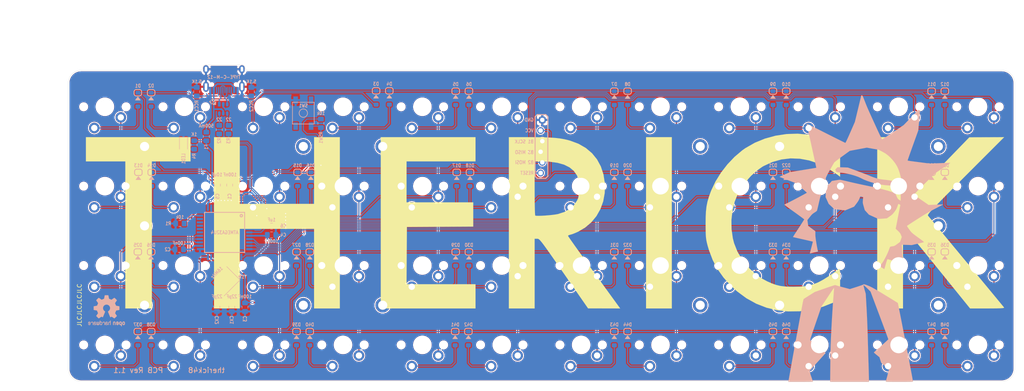
<source format=kicad_pcb>
(kicad_pcb (version 20171130) (host pcbnew "(5.1.2-1)-1")
  (layers (0 F.Cu signal) (31 B.Cu signal) (34 B.Paste user) (35 F.Paste user) (36 B.SilkS user) (37 F.SilkS user hide) (38 B.Mask user) (39 F.Mask user) (44 Edge.Cuts user))
  (net 0 "")
  (net 1 "Net-(D1-Pad2)")
  (net 2 "Net-(D2-Pad2)")
  (net 3 "Net-(D3-Pad2)")
  (net 4 "Net-(D4-Pad2)")
  (net 5 "Net-(D5-Pad2)")
  (net 6 "Net-(D6-Pad2)")
  (net 7 "Net-(D7-Pad2)")
  (net 8 "Net-(D8-Pad2)")
  (net 9 "Net-(D9-Pad2)")
  (net 10 "Net-(D10-Pad2)")
  (net 11 "Net-(D11-Pad2)")
  (net 12 "Net-(D12-Pad2)")
  (net 13 "Net-(D13-Pad2)")
  (net 14 "Net-(D14-Pad2)")
  (net 15 "Net-(D15-Pad2)")
  (net 16 "Net-(D16-Pad2)")
  (net 17 "Net-(D17-Pad2)")
  (net 18 "Net-(D18-Pad2)")
  (net 19 "Net-(D19-Pad2)")
  (net 20 "Net-(D20-Pad2)")
  (net 21 "Net-(D21-Pad2)")
  (net 22 "Net-(D22-Pad2)")
  (net 23 "Net-(D23-Pad2)")
  (net 24 "Net-(D24-Pad2)")
  (net 25 "Net-(D25-Pad2)")
  (net 26 "Net-(D26-Pad2)")
  (net 27 "Net-(D27-Pad2)")
  (net 28 "Net-(D28-Pad2)")
  (net 29 "Net-(D29-Pad2)")
  (net 30 "Net-(D30-Pad2)")
  (net 31 "Net-(D31-Pad2)")
  (net 32 "Net-(D32-Pad2)")
  (net 33 "Net-(D33-Pad2)")
  (net 34 "Net-(D34-Pad2)")
  (net 35 "Net-(D35-Pad2)")
  (net 36 "Net-(D36-Pad2)")
  (net 37 "Net-(D37-Pad2)")
  (net 38 "Net-(D38-Pad2)")
  (net 39 "Net-(D39-Pad2)")
  (net 40 "Net-(D40-Pad2)")
  (net 41 "Net-(D41-Pad2)")
  (net 42 "Net-(D42-Pad2)")
  (net 43 "Net-(D43-Pad2)")
  (net 44 "Net-(D44-Pad2)")
  (net 45 "Net-(D45-Pad2)")
  (net 46 "Net-(D46-Pad2)")
  (net 47 "Net-(D47-Pad2)")
  (net 48 "Net-(D48-Pad2)")
  (net 49 VCC)
  (net 50 "Net-(R3-Pad1)")
  (net 51 "Net-(C6-Pad1)")
  (net 52 XTAL1)
  (net 53 XTAL2)
  (net 54 row0)
  (net 55 row1)
  (net 56 row2)
  (net 57 row3)
  (net 58 D-)
  (net 59 D+)
  (net 60 col0)
  (net 61 col1)
  (net 62 col2)
  (net 63 col3)
  (net 64 col4)
  (net 65 col5)
  (net 66 col6)
  (net 67 col7)
  (net 68 col8)
  (net 69 col9)
  (net 70 col10)
  (net 71 col11)
  (net 72 "Net-(R1-Pad2)")
  (net 73 "Net-(R2-Pad1)")
  (net 74 VBUS)
  (net 75 D-BUS)
  (net 76 D+BUS)
  (net 77 "Net-(J1-PadB5)")
  (net 78 "Net-(J1-PadA5)")
  (net 79 ISP_Reset)
  (net 80 GND)
  (net 81 "Net-(LED1-Pad2)")
  (module LED_SMD:LED_0805_2012Metric_Pad1.15x1.40mm_HandSolder (layer B.Cu) (at 74.295 53.594 270)
    (fp_text reference LED1 (at 3.302 0 90) (layer B.SilkS) (effects (font (size 0.8 0.7)) (justify mirror)))
    (fp_text value LED)
    (pad 2 smd roundrect (at 1.025 0 270) (size 1.15 1.4) (layers B.Cu B.Paste B.Mask) (roundrect_rratio 0.217391) (net 81 "Net-(LED1-Pad2)"))
    (pad 1 smd roundrect (at -1.025 0 270) (size 1.15 1.4) (layers B.Cu B.Paste B.Mask) (roundrect_rratio 0.217391) (net 80 GND))
  )
  (module Resistor_SMD:R_0805_2012Metric_Pad1.15x1.40mm_HandSolder (layer B.Cu) (at 76.835 53.594 90)
    (fp_text reference R4 (at -2.667 0 90) (layer B.SilkS) (effects (font (size 0.8 0.7)) (justify mirror)))
    (fp_text value 1K)
    (fp_text user %V (at 2.54 0 180) (layer B.SilkS) (effects (font (size 0.8 0.7)) (justify mirror)))
    (pad 2 smd roundrect (at 1.025 0 90) (size 1.15 1.4) (layers B.Cu B.Paste B.Mask) (roundrect_rratio 0.217391) (net 49 VCC))
    (pad 1 smd roundrect (at -1.025 0 90) (size 1.15 1.4) (layers B.Cu B.Paste B.Mask) (roundrect_rratio 0.217391) (net 81 "Net-(LED1-Pad2)"))
  )
  (module Symbol:OSHW-Logo2_9.8x8mm_SilkScreen (layer B.Cu) (at 55.88 93.2815 180)
    (fp_text reference U5 hide)
    (fp_text value HOLE hide)
  )
  (module acheron_Components:SOT-23-6 (layer B.Cu) (at 83.805 44.958 270)
    (fp_text reference U3 (at -1.778 2.6035 225) (layer B.SilkS) (effects (font (size 0.8 0.7)) (justify mirror)))
    (fp_text value USBLC6-2SC6)
    (pad 5 smd roundrect (at 1.1 0 270) (size 1.06 0.65) (layers B.Cu B.Paste B.Mask) (roundrect_rratio 0.5) (net 74 VBUS))
    (pad 6 smd roundrect (at 1.1 0.95 270) (size 1.06 0.65) (layers B.Cu B.Paste B.Mask) (roundrect_rratio 0.5) (net 58 D-))
    (pad 4 smd roundrect (at 1.1 -0.95 270) (size 1.06 0.65) (layers B.Cu B.Paste B.Mask) (roundrect_rratio 0.5) (net 59 D+))
    (pad 3 smd roundrect (at -1.1 -0.95 270) (size 1.06 0.65) (layers B.Cu B.Paste B.Mask) (roundrect_rratio 0.5) (net 76 D+BUS))
    (pad 2 smd roundrect (at -1.1 0 270) (size 1.06 0.65) (layers B.Cu B.Paste B.Mask) (roundrect_rratio 0.5) (net 80 GND))
    (pad 1 smd rect (at -1.1 0.95 270) (size 1.06 0.65) (layers B.Cu B.Paste B.Mask) (net 75 D-BUS))
  )
  (module Keebio-Parts:ATMEGA32U4-AU (layer B.Cu) (at 84.1375 74.525 180)
    (fp_text reference U1)
    (fp_text value ATMEGA32U4 (at 0 -0.0205) (layer B.SilkS) (effects (font (size 0.8 0.7)) (justify mirror)))
    (pad 44 smd rect (at -4 5.9 180) (size 0.5 1.5) (layers B.Cu B.Paste B.Mask) (net 49 VCC))
    (pad 43 smd rect (at -3.2 5.9 180) (size 0.5 1.5) (layers B.Cu B.Paste B.Mask) (net 80 GND))
    (pad 42 smd rect (at -2.4 5.9 180) (size 0.5 1.5) (layers B.Cu B.Paste B.Mask))
    (pad 41 smd rect (at -1.6 5.9 180) (size 0.5 1.5) (layers B.Cu B.Paste B.Mask) (net 66 col6))
    (pad 40 smd rect (at -0.8 5.9 180) (size 0.5 1.5) (layers B.Cu B.Paste B.Mask) (net 65 col5))
    (pad 39 smd rect (at 0 5.9 180) (size 0.5 1.5) (layers B.Cu B.Paste B.Mask) (net 64 col4))
    (pad 38 smd rect (at 0.8 5.9 180) (size 0.5 1.5) (layers B.Cu B.Paste B.Mask) (net 63 col3))
    (pad 37 smd rect (at 1.6 5.9 180) (size 0.5 1.5) (layers B.Cu B.Paste B.Mask) (net 55 row1))
    (pad 36 smd rect (at 2.4 5.9 180) (size 0.5 1.5) (layers B.Cu B.Paste B.Mask) (net 54 row0))
    (pad 35 smd rect (at 3.2 5.9 180) (size 0.5 1.5) (layers B.Cu B.Paste B.Mask) (net 80 GND))
    (pad 34 smd rect (at 4 5.9 180) (size 0.5 1.5) (layers B.Cu B.Paste B.Mask) (net 49 VCC))
    (pad 33 smd rect (at 5.9 4 180) (size 1.5 0.5) (layers B.Cu B.Paste B.Mask) (net 72 "Net-(R1-Pad2)"))
    (pad 32 smd rect (at 5.9 3.2 180) (size 1.5 0.5) (layers B.Cu B.Paste B.Mask))
    (pad 31 smd rect (at 5.9 2.4 180) (size 1.5 0.5) (layers B.Cu B.Paste B.Mask))
    (pad 30 smd rect (at 5.9 1.6 180) (size 1.5 0.5) (layers B.Cu B.Paste B.Mask))
    (pad 29 smd rect (at 5.9 0.8 180) (size 1.5 0.5) (layers B.Cu B.Paste B.Mask))
    (pad 28 smd rect (at 5.9 0 180) (size 1.5 0.5) (layers B.Cu B.Paste B.Mask))
    (pad 27 smd rect (at 5.9 -0.8 180) (size 1.5 0.5) (layers B.Cu B.Paste B.Mask) (net 60 col0))
    (pad 26 smd rect (at 5.9 -1.6 180) (size 1.5 0.5) (layers B.Cu B.Paste B.Mask) (net 57 row3))
    (pad 25 smd rect (at 5.9 -2.4 180) (size 1.5 0.5) (layers B.Cu B.Paste B.Mask) (net 56 row2))
    (pad 24 smd rect (at 5.9 -3.2 180) (size 1.5 0.5) (layers B.Cu B.Paste B.Mask) (net 49 VCC))
    (pad 23 smd rect (at 5.9 -4 180) (size 1.5 0.5) (layers B.Cu B.Paste B.Mask) (net 80 GND))
    (pad 22 smd rect (at 4 -5.9 180) (size 0.5 1.5) (layers B.Cu B.Paste B.Mask) (net 61 col1))
    (pad 21 smd rect (at 3.2 -5.9 180) (size 0.5 1.5) (layers B.Cu B.Paste B.Mask))
    (pad 20 smd rect (at 2.4 -5.9 180) (size 0.5 1.5) (layers B.Cu B.Paste B.Mask))
    (pad 19 smd rect (at 1.6 -5.9 180) (size 0.5 1.5) (layers B.Cu B.Paste B.Mask))
    (pad 18 smd rect (at 0.8 -5.9 180) (size 0.5 1.5) (layers B.Cu B.Paste B.Mask))
    (pad 17 smd rect (at 0 -5.9 180) (size 0.5 1.5) (layers B.Cu B.Paste B.Mask) (net 53 XTAL2))
    (pad 16 smd rect (at -0.8 -5.9 180) (size 0.5 1.5) (layers B.Cu B.Paste B.Mask) (net 52 XTAL1))
    (pad 15 smd rect (at -1.6 -5.9 180) (size 0.5 1.5) (layers B.Cu B.Paste B.Mask) (net 80 GND))
    (pad 14 smd rect (at -2.4 -5.9 180) (size 0.5 1.5) (layers B.Cu B.Paste B.Mask) (net 49 VCC))
    (pad 13 smd rect (at -3.2 -5.9 180) (size 0.5 1.5) (layers B.Cu B.Paste B.Mask) (net 79 ISP_Reset))
    (pad 12 smd rect (at -4 -5.9 180) (size 0.5 1.5) (layers B.Cu B.Paste B.Mask) (net 62 col2))
    (pad 11 smd rect (at -5.9 -4 180) (size 1.5 0.5) (layers B.Cu B.Paste B.Mask) (net 71 col11))
    (pad 10 smd rect (at -5.9 -3.2 180) (size 1.5 0.5) (layers B.Cu B.Paste B.Mask) (net 70 col10))
    (pad 9 smd rect (at -5.9 -2.4 180) (size 1.5 0.5) (layers B.Cu B.Paste B.Mask) (net 69 col9))
    (pad 8 smd rect (at -5.9 -1.6 180) (size 1.5 0.5) (layers B.Cu B.Paste B.Mask) (net 68 col8))
    (pad 7 smd rect (at -5.9 -0.8 180) (size 1.5 0.5) (layers B.Cu B.Paste B.Mask) (net 49 VCC))
    (pad 6 smd rect (at -5.9 0 180) (size 1.5 0.5) (layers B.Cu B.Paste B.Mask) (net 51 "Net-(C6-Pad1)"))
    (pad 5 smd rect (at -5.9 0.8 180) (size 1.5 0.5) (layers B.Cu B.Paste B.Mask) (net 80 GND))
    (pad 4 smd rect (at -5.9 1.6 180) (size 1.5 0.5) (layers B.Cu B.Paste B.Mask) (net 50 "Net-(R3-Pad1)"))
    (pad 3 smd rect (at -5.9 2.4 180) (size 1.5 0.5) (layers B.Cu B.Paste B.Mask) (net 73 "Net-(R2-Pad1)"))
    (pad 2 smd rect (at -5.9 3.2 180) (size 1.5 0.5) (layers B.Cu B.Paste B.Mask) (net 49 VCC))
    (pad 1 smd rect (at -5.9 4 180) (size 1.5 0.5) (layers B.Cu B.Paste B.Mask) (net 67 col7))
  )
  (module Artwork:rick_large (layer B.Cu) (at 237.60625 76.025 180)
    (fp_text reference U2 hide)
    (fp_text value HOLE hide)
  )
  (module Keeb_footprints:D_SOD-123_modified (layer B.Cu) (at 63.373 42.751375 270)
    (fp_text reference D1 (at -3.302 0 180) (layer B.SilkS) (effects (font (size 0.8 0.7)) (justify mirror)))
    (fp_text value D)
    (pad 2 smd roundrect (at 1.65 0 270) (size 1 1.2) (layers B.Cu B.Paste B.Mask) (net 1 "Net-(D1-Pad2)"))
    (pad 1 smd roundrect (at -1.65 0 270) (size 1 1.2) (layers B.Cu B.Paste B.Mask) (net 54 row0))
  )
  (module Keeb_footprints:D_SOD-123_modified (layer B.Cu) (at 66.548 42.751375 270)
    (fp_text reference D2 (at -3.302 0 180) (layer B.SilkS) (effects (font (size 0.8 0.7)) (justify mirror)))
    (fp_text value D)
    (pad 2 smd roundrect (at 1.65 0 270) (size 1 1.2) (layers B.Cu B.Paste B.Mask) (net 2 "Net-(D2-Pad2)"))
    (pad 1 smd roundrect (at -1.65 0 270) (size 1 1.2) (layers B.Cu B.Paste B.Mask) (net 54 row0))
  )
  (module Keeb_footprints:D_SOD-123_modified (layer B.Cu) (at 120.396 42.291 270)
    (fp_text reference D3 (at -3.302 0 180) (layer B.SilkS) (effects (font (size 0.8 0.7)) (justify mirror)))
    (fp_text value D)
    (pad 2 smd roundrect (at 1.65 0 270) (size 1 1.2) (layers B.Cu B.Paste B.Mask) (net 3 "Net-(D3-Pad2)"))
    (pad 1 smd roundrect (at -1.65 0 270) (size 1 1.2) (layers B.Cu B.Paste B.Mask) (net 54 row0))
  )
  (module Keeb_footprints:D_SOD-123_modified (layer B.Cu) (at 123.571 42.291 270)
    (fp_text reference D4 (at -3.302 0 180) (layer B.SilkS) (effects (font (size 0.8 0.7)) (justify mirror)))
    (fp_text value D)
    (pad 2 smd roundrect (at 1.65 0 270) (size 1 1.2) (layers B.Cu B.Paste B.Mask) (net 4 "Net-(D4-Pad2)"))
    (pad 1 smd roundrect (at -1.65 0 270) (size 1 1.2) (layers B.Cu B.Paste B.Mask) (net 54 row0))
  )
  (module Keeb_footprints:D_SOD-123_modified (layer B.Cu) (at 139.446 42.370375 270)
    (fp_text reference D5 (at -3.302 0 180) (layer B.SilkS) (effects (font (size 0.8 0.7)) (justify mirror)))
    (fp_text value D)
    (pad 2 smd roundrect (at 1.65 0 270) (size 1 1.2) (layers B.Cu B.Paste B.Mask) (net 5 "Net-(D5-Pad2)"))
    (pad 1 smd roundrect (at -1.65 0 270) (size 1 1.2) (layers B.Cu B.Paste B.Mask) (net 54 row0))
  )
  (module Keeb_footprints:D_SOD-123_modified (layer B.Cu) (at 142.621 42.370375 270)
    (fp_text reference D6 (at -3.302 0 180) (layer B.SilkS) (effects (font (size 0.8 0.7)) (justify mirror)))
    (fp_text value D)
    (pad 2 smd roundrect (at 1.65 0 270) (size 1 1.2) (layers B.Cu B.Paste B.Mask) (net 6 "Net-(D6-Pad2)"))
    (pad 1 smd roundrect (at -1.65 0 270) (size 1 1.2) (layers B.Cu B.Paste B.Mask) (net 54 row0))
  )
  (module Keeb_footprints:D_SOD-123_modified (layer B.Cu) (at 177.419 42.371375 270)
    (fp_text reference D7 (at -3.302 0 180) (layer B.SilkS) (effects (font (size 0.8 0.7)) (justify mirror)))
    (fp_text value D)
    (pad 2 smd roundrect (at 1.65 0 270) (size 1 1.2) (layers B.Cu B.Paste B.Mask) (net 7 "Net-(D7-Pad2)"))
    (pad 1 smd roundrect (at -1.65 0 270) (size 1 1.2) (layers B.Cu B.Paste B.Mask) (net 54 row0))
  )
  (module Keeb_footprints:D_SOD-123_modified (layer B.Cu) (at 180.594 42.371375 270)
    (fp_text reference D8 (at -3.302 0 180) (layer B.SilkS) (effects (font (size 0.8 0.7)) (justify mirror)))
    (fp_text value D)
    (pad 2 smd roundrect (at 1.65 0 270) (size 1 1.2) (layers B.Cu B.Paste B.Mask) (net 8 "Net-(D8-Pad2)"))
    (pad 1 smd roundrect (at -1.65 0 270) (size 1 1.2) (layers B.Cu B.Paste B.Mask) (net 54 row0))
  )
  (module Keeb_footprints:D_SOD-123_modified (layer B.Cu) (at 215.392 42.371375 270)
    (fp_text reference D9 (at -3.302 0 180) (layer B.SilkS) (effects (font (size 0.8 0.7)) (justify mirror)))
    (fp_text value D)
    (pad 2 smd roundrect (at 1.65 0 270) (size 1 1.2) (layers B.Cu B.Paste B.Mask) (net 9 "Net-(D9-Pad2)"))
    (pad 1 smd roundrect (at -1.65 0 270) (size 1 1.2) (layers B.Cu B.Paste B.Mask) (net 54 row0))
  )
  (module Keeb_footprints:D_SOD-123_modified (layer B.Cu) (at 218.567 42.371375 270)
    (fp_text reference D10 (at -3.302 0 180) (layer B.SilkS) (effects (font (size 0.8 0.7)) (justify mirror)))
    (fp_text value D)
    (pad 2 smd roundrect (at 1.65 0 270) (size 1 1.2) (layers B.Cu B.Paste B.Mask) (net 10 "Net-(D10-Pad2)"))
    (pad 1 smd roundrect (at -1.65 0 270) (size 1 1.2) (layers B.Cu B.Paste B.Mask) (net 54 row0))
  )
  (module Keeb_footprints:D_SOD-123_modified (layer B.Cu) (at 253.365 42.371375 270)
    (fp_text reference D11 (at -3.302 0 180) (layer B.SilkS) (effects (font (size 0.8 0.7)) (justify mirror)))
    (fp_text value D)
    (pad 2 smd roundrect (at 1.65 0 270) (size 1 1.2) (layers B.Cu B.Paste B.Mask) (net 11 "Net-(D11-Pad2)"))
    (pad 1 smd roundrect (at -1.65 0 270) (size 1 1.2) (layers B.Cu B.Paste B.Mask) (net 54 row0))
  )
  (module Keeb_footprints:D_SOD-123_modified (layer B.Cu) (at 256.54 42.371375 270)
    (fp_text reference D12 (at -3.302 0 180) (layer B.SilkS) (effects (font (size 0.8 0.7)) (justify mirror)))
    (fp_text value D)
    (pad 2 smd roundrect (at 1.65 0 270) (size 1 1.2) (layers B.Cu B.Paste B.Mask) (net 12 "Net-(D12-Pad2)"))
    (pad 1 smd roundrect (at -1.65 0 270) (size 1 1.2) (layers B.Cu B.Paste B.Mask) (net 54 row0))
  )
  (module Keeb_footprints:D_SOD-123_modified (layer B.Cu) (at 63.5 61.801375 270)
    (fp_text reference D13 (at -3.302 0 180) (layer B.SilkS) (effects (font (size 0.8 0.7)) (justify mirror)))
    (fp_text value D)
    (pad 1 smd roundrect (at -1.65 0 270) (size 1 1.2) (layers B.Cu B.Paste B.Mask) (net 55 row1))
    (pad 2 smd roundrect (at 1.65 0 270) (size 1 1.2) (layers B.Cu B.Paste B.Mask) (net 13 "Net-(D13-Pad2)"))
  )
  (module Keeb_footprints:D_SOD-123_modified (layer B.Cu) (at 66.675 61.801375 270)
    (fp_text reference D14 (at -3.302 0 180) (layer B.SilkS) (effects (font (size 0.8 0.7)) (justify mirror)))
    (fp_text value D)
    (pad 1 smd roundrect (at -1.65 0 270) (size 1 1.2) (layers B.Cu B.Paste B.Mask) (net 55 row1))
    (pad 2 smd roundrect (at 1.65 0 270) (size 1 1.2) (layers B.Cu B.Paste B.Mask) (net 14 "Net-(D14-Pad2)"))
  )
  (module Keeb_footprints:D_SOD-123_modified (layer B.Cu) (at 101.6 61.801375 270)
    (fp_text reference D15 (at -3.302 0 180) (layer B.SilkS) (effects (font (size 0.8 0.7)) (justify mirror)))
    (fp_text value D)
    (pad 2 smd roundrect (at 1.65 0 270) (size 1 1.2) (layers B.Cu B.Paste B.Mask) (net 15 "Net-(D15-Pad2)"))
    (pad 1 smd roundrect (at -1.65 0 270) (size 1 1.2) (layers B.Cu B.Paste B.Mask) (net 55 row1))
  )
  (module Keeb_footprints:D_SOD-123_modified (layer B.Cu) (at 104.775 61.801375 270)
    (fp_text reference D16 (at -3.302 0 180) (layer B.SilkS) (effects (font (size 0.8 0.7)) (justify mirror)))
    (fp_text value D)
    (pad 2 smd roundrect (at 1.65 0 270) (size 1 1.2) (layers B.Cu B.Paste B.Mask) (net 16 "Net-(D16-Pad2)"))
    (pad 1 smd roundrect (at -1.65 0 270) (size 1 1.2) (layers B.Cu B.Paste B.Mask) (net 55 row1))
  )
  (module Keeb_footprints:D_SOD-123_modified (layer B.Cu) (at 139.7 61.801375 270)
    (fp_text reference D17 (at -3.302 0 180) (layer B.SilkS) (effects (font (size 0.8 0.7)) (justify mirror)))
    (fp_text value D)
    (pad 2 smd roundrect (at 1.65 0 270) (size 1 1.2) (layers B.Cu B.Paste B.Mask) (net 17 "Net-(D17-Pad2)"))
    (pad 1 smd roundrect (at -1.65 0 270) (size 1 1.2) (layers B.Cu B.Paste B.Mask) (net 55 row1))
  )
  (module Keeb_footprints:D_SOD-123_modified (layer B.Cu) (at 177.419 61.801375 270)
    (fp_text reference D19 (at -3.302 0 180) (layer B.SilkS) (effects (font (size 0.8 0.7)) (justify mirror)))
    (fp_text value D)
    (pad 2 smd roundrect (at 1.65 0 270) (size 1 1.2) (layers B.Cu B.Paste B.Mask) (net 19 "Net-(D19-Pad2)"))
    (pad 1 smd roundrect (at -1.65 0 270) (size 1 1.2) (layers B.Cu B.Paste B.Mask) (net 55 row1))
  )
  (module Keeb_footprints:D_SOD-123_modified (layer B.Cu) (at 180.594 61.801375 270)
    (fp_text reference D20 (at -3.302 0 180) (layer B.SilkS) (effects (font (size 0.8 0.7)) (justify mirror)))
    (fp_text value D)
    (pad 2 smd roundrect (at 1.65 0 270) (size 1 1.2) (layers B.Cu B.Paste B.Mask) (net 20 "Net-(D20-Pad2)"))
    (pad 1 smd roundrect (at -1.65 0 270) (size 1 1.2) (layers B.Cu B.Paste B.Mask) (net 55 row1))
  )
  (module Keeb_footprints:D_SOD-123_modified (layer B.Cu) (at 215.392 61.801375 270)
    (fp_text reference D21 (at -3.302 0 180) (layer B.SilkS) (effects (font (size 0.8 0.7)) (justify mirror)))
    (fp_text value D)
    (pad 2 smd roundrect (at 1.65 0 270) (size 1 1.2) (layers B.Cu B.Paste B.Mask) (net 21 "Net-(D21-Pad2)"))
    (pad 1 smd roundrect (at -1.65 0 270) (size 1 1.2) (layers B.Cu B.Paste B.Mask) (net 55 row1))
  )
  (module Keeb_footprints:D_SOD-123_modified (layer B.Cu) (at 218.567 61.801375 270)
    (fp_text reference D22 (at -3.302 0 180) (layer B.SilkS) (effects (font (size 0.8 0.7)) (justify mirror)))
    (fp_text value D)
    (pad 2 smd roundrect (at 1.65 0 270) (size 1 1.2) (layers B.Cu B.Paste B.Mask) (net 22 "Net-(D22-Pad2)"))
    (pad 1 smd roundrect (at -1.65 0 270) (size 1 1.2) (layers B.Cu B.Paste B.Mask) (net 55 row1))
  )
  (module Keeb_footprints:D_SOD-123_modified (layer B.Cu) (at 253.365 61.801375 270)
    (fp_text reference D23 (at -3.302 0 180) (layer B.SilkS) (effects (font (size 0.8 0.7)) (justify mirror)))
    (fp_text value D)
    (pad 2 smd roundrect (at 1.65 0 270) (size 1 1.2) (layers B.Cu B.Paste B.Mask) (net 23 "Net-(D23-Pad2)"))
    (pad 1 smd roundrect (at -1.65 0 270) (size 1 1.2) (layers B.Cu B.Paste B.Mask) (net 55 row1))
  )
  (module Keeb_footprints:D_SOD-123_modified (layer B.Cu) (at 256.54 61.801375 270)
    (fp_text reference D24 (at -3.302 0 180) (layer B.SilkS) (effects (font (size 0.8 0.7)) (justify mirror)))
    (fp_text value D)
    (pad 2 smd roundrect (at 1.65 0 270) (size 1 1.2) (layers B.Cu B.Paste B.Mask) (net 24 "Net-(D24-Pad2)"))
    (pad 1 smd roundrect (at -1.65 0 270) (size 1 1.2) (layers B.Cu B.Paste B.Mask) (net 55 row1))
  )
  (module Keeb_footprints:D_SOD-123_modified (layer B.Cu) (at 63.373 80.851375 270)
    (fp_text reference D25 (at -3.302 0 180) (layer B.SilkS) (effects (font (size 0.8 0.7)) (justify mirror)))
    (fp_text value D)
    (pad 2 smd roundrect (at 1.65 0 270) (size 1 1.2) (layers B.Cu B.Paste B.Mask) (net 25 "Net-(D25-Pad2)"))
    (pad 1 smd roundrect (at -1.65 0 270) (size 1 1.2) (layers B.Cu B.Paste B.Mask) (net 56 row2))
  )
  (module Keeb_footprints:D_SOD-123_modified (layer B.Cu) (at 66.548 80.851375 270)
    (fp_text reference D26 (at -3.302 0 180) (layer B.SilkS) (effects (font (size 0.8 0.7)) (justify mirror)))
    (fp_text value D)
    (pad 2 smd roundrect (at 1.65 0 270) (size 1 1.2) (layers B.Cu B.Paste B.Mask) (net 26 "Net-(D26-Pad2)"))
    (pad 1 smd roundrect (at -1.65 0 270) (size 1 1.2) (layers B.Cu B.Paste B.Mask) (net 56 row2))
  )
  (module Keeb_footprints:D_SOD-123_modified (layer B.Cu) (at 101.346 80.851375 270)
    (fp_text reference D27 (at -3.302 0 180) (layer B.SilkS) (effects (font (size 0.8 0.7)) (justify mirror)))
    (fp_text value D)
    (pad 2 smd roundrect (at 1.65 0 270) (size 1 1.2) (layers B.Cu B.Paste B.Mask) (net 27 "Net-(D27-Pad2)"))
    (pad 1 smd roundrect (at -1.65 0 270) (size 1 1.2) (layers B.Cu B.Paste B.Mask) (net 56 row2))
  )
  (module Keeb_footprints:D_SOD-123_modified (layer B.Cu) (at 104.521 80.851375 270)
    (fp_text reference D28 (at -3.302 0 180) (layer B.SilkS) (effects (font (size 0.8 0.7)) (justify mirror)))
    (fp_text value D)
    (pad 2 smd roundrect (at 1.65 0 270) (size 1 1.2) (layers B.Cu B.Paste B.Mask) (net 28 "Net-(D28-Pad2)"))
    (pad 1 smd roundrect (at -1.65 0 270) (size 1 1.2) (layers B.Cu B.Paste B.Mask) (net 56 row2))
  )
  (module Keeb_footprints:D_SOD-123_modified (layer B.Cu) (at 139.446 80.851375 270)
    (fp_text reference D29 (at -3.302 0 180) (layer B.SilkS) (effects (font (size 0.8 0.7)) (justify mirror)))
    (fp_text value D)
    (pad 2 smd roundrect (at 1.65 0 270) (size 1 1.2) (layers B.Cu B.Paste B.Mask) (net 29 "Net-(D29-Pad2)"))
    (pad 1 smd roundrect (at -1.65 0 270) (size 1 1.2) (layers B.Cu B.Paste B.Mask) (net 56 row2))
  )
  (module Keeb_footprints:D_SOD-123_modified (layer B.Cu) (at 142.621 80.851375 270)
    (fp_text reference D30 (at -3.302 0 180) (layer B.SilkS) (effects (font (size 0.8 0.7)) (justify mirror)))
    (fp_text value D)
    (pad 2 smd roundrect (at 1.65 0 270) (size 1 1.2) (layers B.Cu B.Paste B.Mask) (net 30 "Net-(D30-Pad2)"))
    (pad 1 smd roundrect (at -1.65 0 270) (size 1 1.2) (layers B.Cu B.Paste B.Mask) (net 56 row2))
  )
  (module Keeb_footprints:D_SOD-123_modified (layer B.Cu) (at 177.419 80.851375 270)
    (fp_text reference D31 (at -3.302 0 180) (layer B.SilkS) (effects (font (size 0.8 0.7)) (justify mirror)))
    (fp_text value D)
    (pad 2 smd roundrect (at 1.65 0 270) (size 1 1.2) (layers B.Cu B.Paste B.Mask) (net 31 "Net-(D31-Pad2)"))
    (pad 1 smd roundrect (at -1.65 0 270) (size 1 1.2) (layers B.Cu B.Paste B.Mask) (net 56 row2))
  )
  (module Keeb_footprints:D_SOD-123_modified (layer B.Cu) (at 180.594 80.851375 270)
    (fp_text reference D32 (at -3.302 0 180) (layer B.SilkS) (effects (font (size 0.8 0.7)) (justify mirror)))
    (fp_text value D)
    (pad 2 smd roundrect (at 1.65 0 270) (size 1 1.2) (layers B.Cu B.Paste B.Mask) (net 32 "Net-(D32-Pad2)"))
    (pad 1 smd roundrect (at -1.65 0 270) (size 1 1.2) (layers B.Cu B.Paste B.Mask) (net 56 row2))
  )
  (module Keeb_footprints:D_SOD-123_modified (layer B.Cu) (at 215.392 80.851375 270)
    (fp_text reference D33 (at -3.302 0 180) (layer B.SilkS) (effects (font (size 0.8 0.7)) (justify mirror)))
    (fp_text value D)
    (pad 2 smd roundrect (at 1.65 0 270) (size 1 1.2) (layers B.Cu B.Paste B.Mask) (net 33 "Net-(D33-Pad2)"))
    (pad 1 smd roundrect (at -1.65 0 270) (size 1 1.2) (layers B.Cu B.Paste B.Mask) (net 56 row2))
  )
  (module Keeb_footprints:D_SOD-123_modified (layer B.Cu) (at 218.567 80.851375 270)
    (fp_text reference D34 (at -3.302 0 180) (layer B.SilkS) (effects (font (size 0.8 0.7)) (justify mirror)))
    (fp_text value D)
    (pad 2 smd roundrect (at 1.65 0 270) (size 1 1.2) (layers B.Cu B.Paste B.Mask) (net 34 "Net-(D34-Pad2)"))
    (pad 1 smd roundrect (at -1.65 0 270) (size 1 1.2) (layers B.Cu B.Paste B.Mask) (net 56 row2))
  )
  (module Keeb_footprints:D_SOD-123_modified (layer B.Cu) (at 253.365 80.851375 270)
    (fp_text reference D35 (at -3.302 0 180) (layer B.SilkS) (effects (font (size 0.8 0.7)) (justify mirror)))
    (fp_text value D)
    (pad 2 smd roundrect (at 1.65 0 270) (size 1 1.2) (layers B.Cu B.Paste B.Mask) (net 35 "Net-(D35-Pad2)"))
    (pad 1 smd roundrect (at -1.65 0 270) (size 1 1.2) (layers B.Cu B.Paste B.Mask) (net 56 row2))
  )
  (module Keeb_footprints:D_SOD-123_modified (layer B.Cu) (at 256.54 80.851375 270)
    (fp_text reference D36 (at -3.302 0 180) (layer B.SilkS) (effects (font (size 0.8 0.7)) (justify mirror)))
    (fp_text value D)
    (pad 2 smd roundrect (at 1.65 0 270) (size 1 1.2) (layers B.Cu B.Paste B.Mask) (net 36 "Net-(D36-Pad2)"))
    (pad 1 smd roundrect (at -1.65 0 270) (size 1 1.2) (layers B.Cu B.Paste B.Mask) (net 56 row2))
  )
  (module Keeb_footprints:D_SOD-123_modified (layer B.Cu) (at 63.373805 99.901375 270)
    (fp_text reference D37 (at -3.302 0 180) (layer B.SilkS) (effects (font (size 0.8 0.7)) (justify mirror)))
    (fp_text value D)
    (pad 2 smd roundrect (at 1.65 0 270) (size 1 1.2) (layers B.Cu B.Paste B.Mask) (net 37 "Net-(D37-Pad2)"))
    (pad 1 smd roundrect (at -1.65 0 270) (size 1 1.2) (layers B.Cu B.Paste B.Mask) (net 57 row3))
  )
  (module Keeb_footprints:D_SOD-123_modified (layer B.Cu) (at 66.548 99.901375 270)
    (fp_text reference D38 (at -3.302 0 180) (layer B.SilkS) (effects (font (size 0.8 0.7)) (justify mirror)))
    (fp_text value D)
    (pad 2 smd roundrect (at 1.65 0 270) (size 1 1.2) (layers B.Cu B.Paste B.Mask) (net 38 "Net-(D38-Pad2)"))
    (pad 1 smd roundrect (at -1.65 0 270) (size 1 1.2) (layers B.Cu B.Paste B.Mask) (net 57 row3))
  )
  (module Keeb_footprints:D_SOD-123_modified (layer B.Cu) (at 101.346 99.901375 270)
    (fp_text reference D39 (at -3.302 0 180) (layer B.SilkS) (effects (font (size 0.8 0.7)) (justify mirror)))
    (fp_text value D)
    (pad 2 smd roundrect (at 1.65 0 270) (size 1 1.2) (layers B.Cu B.Paste B.Mask) (net 39 "Net-(D39-Pad2)"))
    (pad 1 smd roundrect (at -1.65 0 270) (size 1 1.2) (layers B.Cu B.Paste B.Mask) (net 57 row3))
  )
  (module Keeb_footprints:D_SOD-123_modified (layer B.Cu) (at 104.521 99.901375 270)
    (fp_text reference D40 (at -3.302 0 180) (layer B.SilkS) (effects (font (size 0.8 0.7)) (justify mirror)))
    (fp_text value D)
    (pad 2 smd roundrect (at 1.65 0 270) (size 1 1.2) (layers B.Cu B.Paste B.Mask) (net 40 "Net-(D40-Pad2)"))
    (pad 1 smd roundrect (at -1.65 0 270) (size 1 1.2) (layers B.Cu B.Paste B.Mask) (net 57 row3))
  )
  (module Keeb_footprints:D_SOD-123_modified (layer B.Cu) (at 139.319 99.901375 270)
    (fp_text reference D41 (at -3.302 0 180) (layer B.SilkS) (effects (font (size 0.8 0.7)) (justify mirror)))
    (fp_text value D)
    (pad 2 smd roundrect (at 1.65 0 270) (size 1 1.2) (layers B.Cu B.Paste B.Mask) (net 41 "Net-(D41-Pad2)"))
    (pad 1 smd roundrect (at -1.65 0 270) (size 1 1.2) (layers B.Cu B.Paste B.Mask) (net 57 row3))
  )
  (module Keeb_footprints:D_SOD-123_modified (layer B.Cu) (at 142.494 99.901375 270)
    (fp_text reference D42 (at -3.302 0 180) (layer B.SilkS) (effects (font (size 0.8 0.7)) (justify mirror)))
    (fp_text value D)
    (pad 2 smd roundrect (at 1.65 0 270) (size 1 1.2) (layers B.Cu B.Paste B.Mask) (net 42 "Net-(D42-Pad2)"))
    (pad 1 smd roundrect (at -1.65 0 270) (size 1 1.2) (layers B.Cu B.Paste B.Mask) (net 57 row3))
  )
  (module Keeb_footprints:D_SOD-123_modified (layer B.Cu) (at 177.419 99.901375 270)
    (fp_text reference D43 (at -3.302 0 180) (layer B.SilkS) (effects (font (size 0.8 0.7)) (justify mirror)))
    (fp_text value D)
    (pad 2 smd roundrect (at 1.65 0 270) (size 1 1.2) (layers B.Cu B.Paste B.Mask) (net 43 "Net-(D43-Pad2)"))
    (pad 1 smd roundrect (at -1.65 0 270) (size 1 1.2) (layers B.Cu B.Paste B.Mask) (net 57 row3))
  )
  (module Keeb_footprints:D_SOD-123_modified (layer B.Cu) (at 180.594 99.901375 270)
    (fp_text reference D44 (at -3.302 0 180) (layer B.SilkS) (effects (font (size 0.8 0.7)) (justify mirror)))
    (fp_text value D)
    (pad 2 smd roundrect (at 1.65 0 270) (size 1 1.2) (layers B.Cu B.Paste B.Mask) (net 44 "Net-(D44-Pad2)"))
    (pad 1 smd roundrect (at -1.65 0 270) (size 1 1.2) (layers B.Cu B.Paste B.Mask) (net 57 row3))
  )
  (module Keeb_footprints:D_SOD-123_modified (layer B.Cu) (at 215.392 99.901375 270)
    (fp_text reference D45 (at -3.302 0 180) (layer B.SilkS) (effects (font (size 0.8 0.7)) (justify mirror)))
    (fp_text value D)
    (pad 2 smd roundrect (at 1.65 0 270) (size 1 1.2) (layers B.Cu B.Paste B.Mask) (net 45 "Net-(D45-Pad2)"))
    (pad 1 smd roundrect (at -1.65 0 270) (size 1 1.2) (layers B.Cu B.Paste B.Mask) (net 57 row3))
  )
  (module Keeb_footprints:D_SOD-123_modified (layer B.Cu) (at 218.567 99.901375 270)
    (fp_text reference D46 (at -3.302 0 180) (layer B.SilkS) (effects (font (size 0.8 0.7)) (justify mirror)))
    (fp_text value D)
    (pad 2 smd roundrect (at 1.65 0 270) (size 1 1.2) (layers B.Cu B.Paste B.Mask) (net 46 "Net-(D46-Pad2)"))
    (pad 1 smd roundrect (at -1.65 0 270) (size 1 1.2) (layers B.Cu B.Paste B.Mask) (net 57 row3))
  )
  (module Keeb_footprints:D_SOD-123_modified (layer B.Cu) (at 253.365 99.901375 270)
    (fp_text reference D47 (at -3.302 0 180) (layer B.SilkS) (effects (font (size 0.8 0.7)) (justify mirror)))
    (fp_text value D)
    (pad 2 smd roundrect (at 1.65 0 270) (size 1 1.2) (layers B.Cu B.Paste B.Mask) (net 47 "Net-(D47-Pad2)"))
    (pad 1 smd roundrect (at -1.65 0 270) (size 1 1.2) (layers B.Cu B.Paste B.Mask) (net 57 row3))
  )
  (module Keeb_footprints:D_SOD-123_modified (layer B.Cu) (at 256.54 99.901375 270)
    (fp_text reference D48 (at -3.302 0 180) (layer B.SilkS) (effects (font (size 0.8 0.7)) (justify mirror)))
    (fp_text value D)
    (pad 2 smd roundrect (at 1.65 0 270) (size 1 1.2) (layers B.Cu B.Paste B.Mask) (net 48 "Net-(D48-Pad2)"))
    (pad 1 smd roundrect (at -1.65 0 270) (size 1 1.2) (layers B.Cu B.Paste B.Mask) (net 57 row3))
  )
  (module Keeb_footprints:TYPE-C-31-M-12 (layer B.Cu) (at 83.98 41.168625)
    (fp_text reference J1)
    (fp_text value TYPE-C-31-M12_13)
    (fp_text user TYPE-C-M-12 (at -0.0127 -3.81) (layer B.SilkS) (effects (font (size 0.8 0.7)) (justify mirror)))
    (pad B4 smd roundrect (at 2.45 -1.275) (size 0.6 1.45) (drill (offset 0 0.55)) (layers B.Cu B.Paste B.Mask) (net 74 VBUS))
    (pad B1 smd roundrect (at 3.25 -1.275) (size 0.6 1.45) (drill (offset 0 0.55)) (layers B.Cu B.Paste B.Mask) (net 80 GND))
    (pad A4 smd roundrect (at -2.45 -1.275) (size 0.6 1.45) (drill (offset 0 0.55)) (layers B.Cu B.Paste B.Mask) (net 74 VBUS))
    (pad S thru_hole oval (at -4.3 -1.5) (size 1.3 2.4) (drill oval 0.6 1.7) (layers *.Cu B.Mask) (net 80 GND))
    (pad A7 smd roundrect (at 0.25 -1.275) (size 0.3 1.45) (drill (offset 0 0.55)) (layers B.Cu B.Paste B.Mask) (net 75 D-BUS))
    (pad B6 smd roundrect (at 0.75 -1.275) (size 0.3 1.45) (drill (offset 0 0.55)) (layers B.Cu B.Paste B.Mask) (net 76 D+BUS))
    (pad A8 smd roundrect (at 1.25 -1.275) (size 0.3 1.45) (drill (offset 0 0.55)) (layers B.Cu B.Paste B.Mask))
    (pad B5 smd roundrect (at 1.75 -1.275) (size 0.3 1.45) (drill (offset 0 0.55)) (layers B.Cu B.Paste B.Mask) (net 77 "Net-(J1-PadB5)"))
    (pad A6 smd roundrect (at -0.254 -1.275) (size 0.3 1.45) (drill (offset 0 0.55)) (layers B.Cu B.Paste B.Mask) (net 76 D+BUS))
    (pad B7 smd roundrect (at -0.75 -1.275) (size 0.3 1.45) (drill (offset 0 0.55)) (layers B.Cu B.Paste B.Mask) (net 75 D-BUS))
    (pad A5 smd roundrect (at -1.25 -1.275) (size 0.3 1.45) (drill (offset 0 0.55)) (layers B.Cu B.Paste B.Mask) (net 78 "Net-(J1-PadA5)"))
    (pad B8 smd roundrect (at -1.75 -1.275) (size 0.3 1.45) (drill (offset 0 0.55)) (layers B.Cu B.Paste B.Mask))
    (pad A1 smd roundrect (at -3.25 -1.275) (size 0.6 1.45) (drill (offset 0 0.55)) (layers B.Cu B.Paste B.Mask) (net 80 GND))
    (pad S thru_hole oval (at -4.3 -5.7) (size 1.3 1.9) (drill oval 0.6 1.2) (layers *.Cu *.Mask) (net 80 GND))
    (pad "" np_thru_hole circle (at -2.89 -2.051) (size 0.65 0.65) (drill 0.65) (layers *.Cu *.Mask))
    (pad "" np_thru_hole circle (at 2.89 -2.051) (size 0.65 0.65) (drill 0.65) (layers *.Cu *.Mask))
    (pad S thru_hole oval (at 4.3 -5.7) (size 1.3 1.9) (drill oval 0.6 1.2) (layers *.Cu *.Mask) (net 80 GND))
    (pad S thru_hole oval (at 4.3 -1.5) (size 1.3 2.4) (drill oval 0.6 1.7) (layers *.Cu *.Mask) (net 80 GND))
    (pad S smd oval (at -4.3 -1.5) (size 1.3 2.4) (layers F.Cu F.Mask) (net 80 GND))
  )
  (module Keeb_footprints:MX100 (layer F.Cu) (at 55.5054 44.4473)
    (fp_text reference K1)
    (fp_text value KEYSW)
    (pad 1 thru_hole circle (at 3.7846 2.5527 270) (size 2.54 2.54) (drill 1.525) (layers *.Cu *.Mask) (net 60 col0))
    (pad 2 thru_hole circle (at -2.5654 5.0927) (size 2.54 2.54) (drill 1.525) (layers *.Cu *.Mask) (net 1 "Net-(D1-Pad2)"))
    (pad "" np_thru_hole circle (at -5.1054 0.0127) (size 1.7018 1.7018) (drill 1.7018) (layers *.Cu *.Mask))
    (pad "" np_thru_hole circle (at 5.0546 0.0127) (size 1.7018 1.7018) (drill 1.7018) (layers *.Cu *.Mask))
    (pad "" np_thru_hole circle (at -0.0254 0.0127) (size 3.9878 3.9878) (drill 3.9878) (layers *.Cu *.Mask))
  )
  (module Keeb_footprints:MX100 (layer F.Cu) (at 74.5054 44.4473)
    (fp_text reference K2)
    (fp_text value KEYSW)
    (pad 1 thru_hole circle (at 3.7846 2.5527 270) (size 2.54 2.54) (drill 1.525) (layers *.Cu *.Mask) (net 61 col1))
    (pad 2 thru_hole circle (at -2.5654 5.0927) (size 2.54 2.54) (drill 1.525) (layers *.Cu *.Mask) (net 2 "Net-(D2-Pad2)"))
    (pad "" np_thru_hole circle (at -5.1054 0.0127) (size 1.7018 1.7018) (drill 1.7018) (layers *.Cu *.Mask))
    (pad "" np_thru_hole circle (at 5.0546 0.0127) (size 1.7018 1.7018) (drill 1.7018) (layers *.Cu *.Mask))
    (pad "" np_thru_hole circle (at -0.0254 0.0127) (size 3.9878 3.9878) (drill 3.9878) (layers *.Cu *.Mask))
  )
  (module Keeb_footprints:MX100 (layer F.Cu) (at 93.5054 44.4473)
    (fp_text reference K3)
    (fp_text value KEYSW)
    (pad 1 thru_hole circle (at 3.7846 2.5527 270) (size 2.54 2.54) (drill 1.525) (layers *.Cu *.Mask) (net 62 col2))
    (pad 2 thru_hole circle (at -2.5654 5.0927) (size 2.54 2.54) (drill 1.525) (layers *.Cu *.Mask) (net 3 "Net-(D3-Pad2)"))
    (pad "" np_thru_hole circle (at -5.1054 0.0127) (size 1.7018 1.7018) (drill 1.7018) (layers *.Cu *.Mask))
    (pad "" np_thru_hole circle (at 5.0546 0.0127) (size 1.7018 1.7018) (drill 1.7018) (layers *.Cu *.Mask))
    (pad "" np_thru_hole circle (at -0.0254 0.0127) (size 3.9878 3.9878) (drill 3.9878) (layers *.Cu *.Mask))
  )
  (module Keeb_footprints:MX100 (layer F.Cu) (at 112.5054 44.4473)
    (fp_text reference K4)
    (fp_text value KEYSW)
    (pad 1 thru_hole circle (at 3.7846 2.5527 270) (size 2.54 2.54) (drill 1.525) (layers *.Cu *.Mask) (net 63 col3))
    (pad 2 thru_hole circle (at -2.5654 5.0927) (size 2.54 2.54) (drill 1.525) (layers *.Cu *.Mask) (net 4 "Net-(D4-Pad2)"))
    (pad "" np_thru_hole circle (at -5.1054 0.0127) (size 1.7018 1.7018) (drill 1.7018) (layers *.Cu *.Mask))
    (pad "" np_thru_hole circle (at 5.0546 0.0127) (size 1.7018 1.7018) (drill 1.7018) (layers *.Cu *.Mask))
    (pad "" np_thru_hole circle (at -0.0254 0.0127) (size 3.9878 3.9878) (drill 3.9878) (layers *.Cu *.Mask))
  )
  (module Keeb_footprints:MX100 (layer F.Cu) (at 131.5054 44.4473)
    (fp_text reference K5)
    (fp_text value KEYSW)
    (pad 1 thru_hole circle (at 3.7846 2.5527 270) (size 2.54 2.54) (drill 1.525) (layers *.Cu *.Mask) (net 64 col4))
    (pad 2 thru_hole circle (at -2.5654 5.0927) (size 2.54 2.54) (drill 1.525) (layers *.Cu *.Mask) (net 5 "Net-(D5-Pad2)"))
    (pad "" np_thru_hole circle (at -5.1054 0.0127) (size 1.7018 1.7018) (drill 1.7018) (layers *.Cu *.Mask))
    (pad "" np_thru_hole circle (at 5.0546 0.0127) (size 1.7018 1.7018) (drill 1.7018) (layers *.Cu *.Mask))
    (pad "" np_thru_hole circle (at -0.0254 0.0127) (size 3.9878 3.9878) (drill 3.9878) (layers *.Cu *.Mask))
  )
  (module Keeb_footprints:MX100 (layer F.Cu) (at 150.5054 44.4473)
    (fp_text reference K6)
    (fp_text value KEYSW)
    (pad 1 thru_hole circle (at 3.7846 2.5527 270) (size 2.54 2.54) (drill 1.525) (layers *.Cu *.Mask) (net 65 col5))
    (pad 2 thru_hole circle (at -2.5654 5.0927) (size 2.54 2.54) (drill 1.525) (layers *.Cu *.Mask) (net 6 "Net-(D6-Pad2)"))
    (pad "" np_thru_hole circle (at -5.1054 0.0127) (size 1.7018 1.7018) (drill 1.7018) (layers *.Cu *.Mask))
    (pad "" np_thru_hole circle (at 5.0546 0.0127) (size 1.7018 1.7018) (drill 1.7018) (layers *.Cu *.Mask))
    (pad "" np_thru_hole circle (at -0.0254 0.0127) (size 3.9878 3.9878) (drill 3.9878) (layers *.Cu *.Mask))
  )
  (module Keeb_footprints:MX100 (layer F.Cu) (at 169.5054 44.4473)
    (fp_text reference K7)
    (fp_text value KEYSW)
    (pad 1 thru_hole circle (at 3.7846 2.5527 270) (size 2.54 2.54) (drill 1.525) (layers *.Cu *.Mask) (net 66 col6))
    (pad 2 thru_hole circle (at -2.5654 5.0927) (size 2.54 2.54) (drill 1.525) (layers *.Cu *.Mask) (net 7 "Net-(D7-Pad2)"))
    (pad "" np_thru_hole circle (at -5.1054 0.0127) (size 1.7018 1.7018) (drill 1.7018) (layers *.Cu *.Mask))
    (pad "" np_thru_hole circle (at 5.0546 0.0127) (size 1.7018 1.7018) (drill 1.7018) (layers *.Cu *.Mask))
    (pad "" np_thru_hole circle (at -0.0254 0.0127) (size 3.9878 3.9878) (drill 3.9878) (layers *.Cu *.Mask))
  )
  (module Keeb_footprints:MX100 (layer F.Cu) (at 188.5054 44.4473)
    (fp_text reference K8)
    (fp_text value KEYSW)
    (pad 1 thru_hole circle (at 3.7846 2.5527 270) (size 2.54 2.54) (drill 1.525) (layers *.Cu *.Mask) (net 67 col7))
    (pad 2 thru_hole circle (at -2.5654 5.0927) (size 2.54 2.54) (drill 1.525) (layers *.Cu *.Mask) (net 8 "Net-(D8-Pad2)"))
    (pad "" np_thru_hole circle (at -5.1054 0.0127) (size 1.7018 1.7018) (drill 1.7018) (layers *.Cu *.Mask))
    (pad "" np_thru_hole circle (at 5.0546 0.0127) (size 1.7018 1.7018) (drill 1.7018) (layers *.Cu *.Mask))
    (pad "" np_thru_hole circle (at -0.0254 0.0127) (size 3.9878 3.9878) (drill 3.9878) (layers *.Cu *.Mask))
  )
  (module Keeb_footprints:MX100 (layer F.Cu) (at 207.5054 44.4473)
    (fp_text reference K9)
    (fp_text value KEYSW)
    (pad 1 thru_hole circle (at 3.7846 2.5527 270) (size 2.54 2.54) (drill 1.525) (layers *.Cu *.Mask) (net 68 col8))
    (pad 2 thru_hole circle (at -2.5654 5.0927) (size 2.54 2.54) (drill 1.525) (layers *.Cu *.Mask) (net 9 "Net-(D9-Pad2)"))
    (pad "" np_thru_hole circle (at -5.1054 0.0127) (size 1.7018 1.7018) (drill 1.7018) (layers *.Cu *.Mask))
    (pad "" np_thru_hole circle (at 5.0546 0.0127) (size 1.7018 1.7018) (drill 1.7018) (layers *.Cu *.Mask))
    (pad "" np_thru_hole circle (at -0.0254 0.0127) (size 3.9878 3.9878) (drill 3.9878) (layers *.Cu *.Mask))
  )
  (module Keeb_footprints:MX100 (layer F.Cu) (at 226.5054 44.45)
    (fp_text reference K10)
    (fp_text value KEYSW)
    (pad 1 thru_hole circle (at 3.7846 2.5527 270) (size 2.54 2.54) (drill 1.525) (layers *.Cu *.Mask) (net 69 col9))
    (pad 2 thru_hole circle (at -2.5654 5.0927) (size 2.54 2.54) (drill 1.525) (layers *.Cu *.Mask) (net 10 "Net-(D10-Pad2)"))
    (pad "" np_thru_hole circle (at -5.1054 0.0127) (size 1.7018 1.7018) (drill 1.7018) (layers *.Cu *.Mask))
    (pad "" np_thru_hole circle (at 5.0546 0.0127) (size 1.7018 1.7018) (drill 1.7018) (layers *.Cu *.Mask))
    (pad "" np_thru_hole circle (at -0.0254 0.0127) (size 3.9878 3.9878) (drill 3.9878) (layers *.Cu *.Mask))
  )
  (module Keeb_footprints:MX100 (layer F.Cu) (at 245.5054 44.45)
    (fp_text reference K11)
    (fp_text value KEYSW)
    (pad 1 thru_hole circle (at 3.7846 2.5527 270) (size 2.54 2.54) (drill 1.525) (layers *.Cu *.Mask) (net 70 col10))
    (pad 2 thru_hole circle (at -2.5654 5.0927) (size 2.54 2.54) (drill 1.525) (layers *.Cu *.Mask) (net 11 "Net-(D11-Pad2)"))
    (pad "" np_thru_hole circle (at -5.1054 0.0127) (size 1.7018 1.7018) (drill 1.7018) (layers *.Cu *.Mask))
    (pad "" np_thru_hole circle (at 5.0546 0.0127) (size 1.7018 1.7018) (drill 1.7018) (layers *.Cu *.Mask))
    (pad "" np_thru_hole circle (at -0.0254 0.0127) (size 3.9878 3.9878) (drill 3.9878) (layers *.Cu *.Mask))
  )
  (module Keeb_footprints:MX100 (layer F.Cu) (at 264.5054 44.4473)
    (fp_text reference K12)
    (fp_text value KEYSW)
    (pad 1 thru_hole circle (at 3.7846 2.5527 270) (size 2.54 2.54) (drill 1.525) (layers *.Cu *.Mask) (net 71 col11))
    (pad 2 thru_hole circle (at -2.5654 5.0927) (size 2.54 2.54) (drill 1.525) (layers *.Cu *.Mask) (net 12 "Net-(D12-Pad2)"))
    (pad "" np_thru_hole circle (at -5.1054 0.0127) (size 1.7018 1.7018) (drill 1.7018) (layers *.Cu *.Mask))
    (pad "" np_thru_hole circle (at 5.0546 0.0127) (size 1.7018 1.7018) (drill 1.7018) (layers *.Cu *.Mask))
    (pad "" np_thru_hole circle (at -0.0254 0.0127) (size 3.9878 3.9878) (drill 3.9878) (layers *.Cu *.Mask))
  )
  (module Keeb_footprints:MX100 (layer F.Cu) (at 55.5054 63.4473)
    (fp_text reference K13)
    (fp_text value KEYSW)
    (pad 1 thru_hole circle (at 3.7846 2.5527 270) (size 2.54 2.54) (drill 1.525) (layers *.Cu *.Mask) (net 60 col0))
    (pad 2 thru_hole circle (at -2.5654 5.0927) (size 2.54 2.54) (drill 1.525) (layers *.Cu *.Mask) (net 13 "Net-(D13-Pad2)"))
    (pad "" np_thru_hole circle (at -5.1054 0.0127) (size 1.7018 1.7018) (drill 1.7018) (layers *.Cu *.Mask))
    (pad "" np_thru_hole circle (at 5.0546 0.0127) (size 1.7018 1.7018) (drill 1.7018) (layers *.Cu *.Mask))
    (pad "" np_thru_hole circle (at -0.0254 0.0127) (size 3.9878 3.9878) (drill 3.9878) (layers *.Cu *.Mask))
  )
  (module Keeb_footprints:MX100 (layer F.Cu) (at 74.5054 63.4473)
    (fp_text reference K14)
    (fp_text value KEYSW)
    (pad 1 thru_hole circle (at 3.7846 2.5527 270) (size 2.54 2.54) (drill 1.525) (layers *.Cu *.Mask) (net 61 col1))
    (pad 2 thru_hole circle (at -2.5654 5.0927) (size 2.54 2.54) (drill 1.525) (layers *.Cu *.Mask) (net 14 "Net-(D14-Pad2)"))
    (pad "" np_thru_hole circle (at -5.1054 0.0127) (size 1.7018 1.7018) (drill 1.7018) (layers *.Cu *.Mask))
    (pad "" np_thru_hole circle (at 5.0546 0.0127) (size 1.7018 1.7018) (drill 1.7018) (layers *.Cu *.Mask))
    (pad "" np_thru_hole circle (at -0.0254 0.0127) (size 3.9878 3.9878) (drill 3.9878) (layers *.Cu *.Mask))
  )
  (module Keeb_footprints:MX100 (layer F.Cu) (at 93.5054 63.4473)
    (fp_text reference K15)
    (fp_text value KEYSW)
    (pad 1 thru_hole circle (at 3.7846 2.5527 270) (size 2.54 2.54) (drill 1.525) (layers *.Cu *.Mask) (net 62 col2))
    (pad 2 thru_hole circle (at -2.5654 5.0927) (size 2.54 2.54) (drill 1.525) (layers *.Cu *.Mask) (net 15 "Net-(D15-Pad2)"))
    (pad "" np_thru_hole circle (at -5.1054 0.0127) (size 1.7018 1.7018) (drill 1.7018) (layers *.Cu *.Mask))
    (pad "" np_thru_hole circle (at 5.0546 0.0127) (size 1.7018 1.7018) (drill 1.7018) (layers *.Cu *.Mask))
    (pad "" np_thru_hole circle (at -0.0254 0.0127) (size 3.9878 3.9878) (drill 3.9878) (layers *.Cu *.Mask))
  )
  (module Keeb_footprints:MX100 (layer F.Cu) (at 112.5054 63.4473)
    (fp_text reference K16)
    (fp_text value KEYSW)
    (pad 1 thru_hole circle (at 3.7846 2.5527 270) (size 2.54 2.54) (drill 1.525) (layers *.Cu *.Mask) (net 63 col3))
    (pad 2 thru_hole circle (at -2.5654 5.0927) (size 2.54 2.54) (drill 1.525) (layers *.Cu *.Mask) (net 16 "Net-(D16-Pad2)"))
    (pad "" np_thru_hole circle (at -5.1054 0.0127) (size 1.7018 1.7018) (drill 1.7018) (layers *.Cu *.Mask))
    (pad "" np_thru_hole circle (at 5.0546 0.0127) (size 1.7018 1.7018) (drill 1.7018) (layers *.Cu *.Mask))
    (pad "" np_thru_hole circle (at -0.0254 0.0127) (size 3.9878 3.9878) (drill 3.9878) (layers *.Cu *.Mask))
  )
  (module Keeb_footprints:MX100 (layer F.Cu) (at 131.5054 63.4473)
    (fp_text reference K17)
    (fp_text value KEYSW)
    (pad 1 thru_hole circle (at 3.7846 2.5527 270) (size 2.54 2.54) (drill 1.525) (layers *.Cu *.Mask) (net 64 col4))
    (pad 2 thru_hole circle (at -2.5654 5.0927) (size 2.54 2.54) (drill 1.525) (layers *.Cu *.Mask) (net 17 "Net-(D17-Pad2)"))
    (pad "" np_thru_hole circle (at -5.1054 0.0127) (size 1.7018 1.7018) (drill 1.7018) (layers *.Cu *.Mask))
    (pad "" np_thru_hole circle (at 5.0546 0.0127) (size 1.7018 1.7018) (drill 1.7018) (layers *.Cu *.Mask))
    (pad "" np_thru_hole circle (at -0.0254 0.0127) (size 3.9878 3.9878) (drill 3.9878) (layers *.Cu *.Mask))
  )
  (module Keeb_footprints:MX100 (layer F.Cu) (at 150.5054 63.4473)
    (fp_text reference K18)
    (fp_text value KEYSW)
    (pad 1 thru_hole circle (at 3.7846 2.5527 270) (size 2.54 2.54) (drill 1.525) (layers *.Cu *.Mask) (net 65 col5))
    (pad 2 thru_hole circle (at -2.5654 5.0927) (size 2.54 2.54) (drill 1.525) (layers *.Cu *.Mask) (net 18 "Net-(D18-Pad2)"))
    (pad "" np_thru_hole circle (at -5.1054 0.0127) (size 1.7018 1.7018) (drill 1.7018) (layers *.Cu *.Mask))
    (pad "" np_thru_hole circle (at 5.0546 0.0127) (size 1.7018 1.7018) (drill 1.7018) (layers *.Cu *.Mask))
    (pad "" np_thru_hole circle (at -0.0254 0.0127) (size 3.9878 3.9878) (drill 3.9878) (layers *.Cu *.Mask))
  )
  (module Keeb_footprints:MX100 (layer F.Cu) (at 169.5054 63.4473)
    (fp_text reference K19)
    (fp_text value KEYSW)
    (pad 1 thru_hole circle (at 3.7846 2.5527 270) (size 2.54 2.54) (drill 1.525) (layers *.Cu *.Mask) (net 66 col6))
    (pad 2 thru_hole circle (at -2.5654 5.0927) (size 2.54 2.54) (drill 1.525) (layers *.Cu *.Mask) (net 19 "Net-(D19-Pad2)"))
    (pad "" np_thru_hole circle (at -5.1054 0.0127) (size 1.7018 1.7018) (drill 1.7018) (layers *.Cu *.Mask))
    (pad "" np_thru_hole circle (at 5.0546 0.0127) (size 1.7018 1.7018) (drill 1.7018) (layers *.Cu *.Mask))
    (pad "" np_thru_hole circle (at -0.0254 0.0127) (size 3.9878 3.9878) (drill 3.9878) (layers *.Cu *.Mask))
  )
  (module Keeb_footprints:MX100 (layer F.Cu) (at 188.5054 63.4473)
    (fp_text reference K20)
    (fp_text value KEYSW)
    (pad 1 thru_hole circle (at 3.7846 2.5527 270) (size 2.54 2.54) (drill 1.525) (layers *.Cu *.Mask) (net 67 col7))
    (pad 2 thru_hole circle (at -2.5654 5.0927) (size 2.54 2.54) (drill 1.525) (layers *.Cu *.Mask) (net 20 "Net-(D20-Pad2)"))
    (pad "" np_thru_hole circle (at -5.1054 0.0127) (size 1.7018 1.7018) (drill 1.7018) (layers *.Cu *.Mask))
    (pad "" np_thru_hole circle (at 5.0546 0.0127) (size 1.7018 1.7018) (drill 1.7018) (layers *.Cu *.Mask))
    (pad "" np_thru_hole circle (at -0.0254 0.0127) (size 3.9878 3.9878) (drill 3.9878) (layers *.Cu *.Mask))
  )
  (module Keeb_footprints:MX100 (layer F.Cu) (at 207.5054 63.4473)
    (fp_text reference K21)
    (fp_text value KEYSW)
    (pad 1 thru_hole circle (at 3.7846 2.5527 270) (size 2.54 2.54) (drill 1.525) (layers *.Cu *.Mask) (net 68 col8))
    (pad 2 thru_hole circle (at -2.5654 5.0927) (size 2.54 2.54) (drill 1.525) (layers *.Cu *.Mask) (net 21 "Net-(D21-Pad2)"))
    (pad "" np_thru_hole circle (at -5.1054 0.0127) (size 1.7018 1.7018) (drill 1.7018) (layers *.Cu *.Mask))
    (pad "" np_thru_hole circle (at 5.0546 0.0127) (size 1.7018 1.7018) (drill 1.7018) (layers *.Cu *.Mask))
    (pad "" np_thru_hole circle (at -0.0254 0.0127) (size 3.9878 3.9878) (drill 3.9878) (layers *.Cu *.Mask))
  )
  (module Keeb_footprints:MX100 (layer F.Cu) (at 226.5054 63.4473)
    (fp_text reference K22)
    (fp_text value KEYSW)
    (pad 1 thru_hole circle (at 3.7846 2.5527 270) (size 2.54 2.54) (drill 1.525) (layers *.Cu *.Mask) (net 69 col9))
    (pad 2 thru_hole circle (at -2.5654 5.0927) (size 2.54 2.54) (drill 1.525) (layers *.Cu *.Mask) (net 22 "Net-(D22-Pad2)"))
    (pad "" np_thru_hole circle (at -5.1054 0.0127) (size 1.7018 1.7018) (drill 1.7018) (layers *.Cu *.Mask))
    (pad "" np_thru_hole circle (at 5.0546 0.0127) (size 1.7018 1.7018) (drill 1.7018) (layers *.Cu *.Mask))
    (pad "" np_thru_hole circle (at -0.0254 0.0127) (size 3.9878 3.9878) (drill 3.9878) (layers *.Cu *.Mask))
  )
  (module Keeb_footprints:MX100 (layer F.Cu) (at 245.5054 63.4473)
    (fp_text reference K23)
    (fp_text value KEYSW)
    (pad 1 thru_hole circle (at 3.7846 2.5527 270) (size 2.54 2.54) (drill 1.525) (layers *.Cu *.Mask) (net 70 col10))
    (pad 2 thru_hole circle (at -2.5654 5.0927) (size 2.54 2.54) (drill 1.525) (layers *.Cu *.Mask) (net 23 "Net-(D23-Pad2)"))
    (pad "" np_thru_hole circle (at -5.1054 0.0127) (size 1.7018 1.7018) (drill 1.7018) (layers *.Cu *.Mask))
    (pad "" np_thru_hole circle (at 5.0546 0.0127) (size 1.7018 1.7018) (drill 1.7018) (layers *.Cu *.Mask))
    (pad "" np_thru_hole circle (at -0.0254 0.0127) (size 3.9878 3.9878) (drill 3.9878) (layers *.Cu *.Mask))
  )
  (module Keeb_footprints:MX100 (layer F.Cu) (at 264.5054 63.4473)
    (fp_text reference K24)
    (fp_text value KEYSW)
    (pad 1 thru_hole circle (at 3.7846 2.5527 270) (size 2.54 2.54) (drill 1.525) (layers *.Cu *.Mask) (net 71 col11))
    (pad 2 thru_hole circle (at -2.5654 5.0927) (size 2.54 2.54) (drill 1.525) (layers *.Cu *.Mask) (net 24 "Net-(D24-Pad2)"))
    (pad "" np_thru_hole circle (at -5.1054 0.0127) (size 1.7018 1.7018) (drill 1.7018) (layers *.Cu *.Mask))
    (pad "" np_thru_hole circle (at 5.0546 0.0127) (size 1.7018 1.7018) (drill 1.7018) (layers *.Cu *.Mask))
    (pad "" np_thru_hole circle (at -0.0254 0.0127) (size 3.9878 3.9878) (drill 3.9878) (layers *.Cu *.Mask))
  )
  (module Keeb_footprints:MX100 (layer F.Cu) (at 55.5054 82.4473)
    (fp_text reference K25)
    (fp_text value KEYSW)
    (pad 1 thru_hole circle (at 3.7846 2.5527 270) (size 2.54 2.54) (drill 1.525) (layers *.Cu *.Mask) (net 60 col0))
    (pad 2 thru_hole circle (at -2.5654 5.0927) (size 2.54 2.54) (drill 1.525) (layers *.Cu *.Mask) (net 25 "Net-(D25-Pad2)"))
    (pad "" np_thru_hole circle (at -5.1054 0.0127) (size 1.7018 1.7018) (drill 1.7018) (layers *.Cu *.Mask))
    (pad "" np_thru_hole circle (at 5.0546 0.0127) (size 1.7018 1.7018) (drill 1.7018) (layers *.Cu *.Mask))
    (pad "" np_thru_hole circle (at -0.0254 0.0127) (size 3.9878 3.9878) (drill 3.9878) (layers *.Cu *.Mask))
  )
  (module Keeb_footprints:MX100 (layer F.Cu) (at 74.5054 82.4473)
    (fp_text reference K26)
    (fp_text value KEYSW)
    (pad 1 thru_hole circle (at 3.7846 2.5527 270) (size 2.54 2.54) (drill 1.525) (layers *.Cu *.Mask) (net 61 col1))
    (pad 2 thru_hole circle (at -2.5654 5.0927) (size 2.54 2.54) (drill 1.525) (layers *.Cu *.Mask) (net 26 "Net-(D26-Pad2)"))
    (pad "" np_thru_hole circle (at -5.1054 0.0127) (size 1.7018 1.7018) (drill 1.7018) (layers *.Cu *.Mask))
    (pad "" np_thru_hole circle (at 5.0546 0.0127) (size 1.7018 1.7018) (drill 1.7018) (layers *.Cu *.Mask))
    (pad "" np_thru_hole circle (at -0.0254 0.0127) (size 3.9878 3.9878) (drill 3.9878) (layers *.Cu *.Mask))
  )
  (module Keeb_footprints:MX100 (layer F.Cu) (at 93.5054 82.4473)
    (fp_text reference K27)
    (fp_text value KEYSW)
    (pad 1 thru_hole circle (at 3.7846 2.5527 270) (size 2.54 2.54) (drill 1.525) (layers *.Cu *.Mask) (net 62 col2))
    (pad 2 thru_hole circle (at -2.5654 5.0927) (size 2.54 2.54) (drill 1.525) (layers *.Cu *.Mask) (net 27 "Net-(D27-Pad2)"))
    (pad "" np_thru_hole circle (at -5.1054 0.0127) (size 1.7018 1.7018) (drill 1.7018) (layers *.Cu *.Mask))
    (pad "" np_thru_hole circle (at 5.0546 0.0127) (size 1.7018 1.7018) (drill 1.7018) (layers *.Cu *.Mask))
    (pad "" np_thru_hole circle (at -0.0254 0.0127) (size 3.9878 3.9878) (drill 3.9878) (layers *.Cu *.Mask))
  )
  (module Keeb_footprints:MX100 (layer F.Cu) (at 112.5054 82.4473)
    (fp_text reference K28)
    (fp_text value KEYSW)
    (pad 1 thru_hole circle (at 3.7846 2.5527 270) (size 2.54 2.54) (drill 1.525) (layers *.Cu *.Mask) (net 63 col3))
    (pad 2 thru_hole circle (at -2.5654 5.0927) (size 2.54 2.54) (drill 1.525) (layers *.Cu *.Mask) (net 28 "Net-(D28-Pad2)"))
    (pad "" np_thru_hole circle (at -5.1054 0.0127) (size 1.7018 1.7018) (drill 1.7018) (layers *.Cu *.Mask))
    (pad "" np_thru_hole circle (at 5.0546 0.0127) (size 1.7018 1.7018) (drill 1.7018) (layers *.Cu *.Mask))
    (pad "" np_thru_hole circle (at -0.0254 0.0127) (size 3.9878 3.9878) (drill 3.9878) (layers *.Cu *.Mask))
  )
  (module Keeb_footprints:MX100 (layer F.Cu) (at 131.5054 82.4473)
    (fp_text reference K29)
    (fp_text value KEYSW)
    (pad 1 thru_hole circle (at 3.7846 2.5527 270) (size 2.54 2.54) (drill 1.525) (layers *.Cu *.Mask) (net 64 col4))
    (pad 2 thru_hole circle (at -2.5654 5.0927) (size 2.54 2.54) (drill 1.525) (layers *.Cu *.Mask) (net 29 "Net-(D29-Pad2)"))
    (pad "" np_thru_hole circle (at -5.1054 0.0127) (size 1.7018 1.7018) (drill 1.7018) (layers *.Cu *.Mask))
    (pad "" np_thru_hole circle (at 5.0546 0.0127) (size 1.7018 1.7018) (drill 1.7018) (layers *.Cu *.Mask))
    (pad "" np_thru_hole circle (at -0.0254 0.0127) (size 3.9878 3.9878) (drill 3.9878) (layers *.Cu *.Mask))
  )
  (module Keeb_footprints:MX100 (layer F.Cu) (at 150.5054 82.4473)
    (fp_text reference K30)
    (fp_text value KEYSW)
    (pad 1 thru_hole circle (at 3.7846 2.5527 270) (size 2.54 2.54) (drill 1.525) (layers *.Cu *.Mask) (net 65 col5))
    (pad 2 thru_hole circle (at -2.5654 5.0927) (size 2.54 2.54) (drill 1.525) (layers *.Cu *.Mask) (net 30 "Net-(D30-Pad2)"))
    (pad "" np_thru_hole circle (at -5.1054 0.0127) (size 1.7018 1.7018) (drill 1.7018) (layers *.Cu *.Mask))
    (pad "" np_thru_hole circle (at 5.0546 0.0127) (size 1.7018 1.7018) (drill 1.7018) (layers *.Cu *.Mask))
    (pad "" np_thru_hole circle (at -0.0254 0.0127) (size 3.9878 3.9878) (drill 3.9878) (layers *.Cu *.Mask))
  )
  (module Keeb_footprints:MX100 (layer F.Cu) (at 169.5054 82.4473)
    (fp_text reference K31)
    (fp_text value KEYSW)
    (pad 1 thru_hole circle (at 3.7846 2.5527 270) (size 2.54 2.54) (drill 1.525) (layers *.Cu *.Mask) (net 66 col6))
    (pad 2 thru_hole circle (at -2.5654 5.0927) (size 2.54 2.54) (drill 1.525) (layers *.Cu *.Mask) (net 31 "Net-(D31-Pad2)"))
    (pad "" np_thru_hole circle (at -5.1054 0.0127) (size 1.7018 1.7018) (drill 1.7018) (layers *.Cu *.Mask))
    (pad "" np_thru_hole circle (at 5.0546 0.0127) (size 1.7018 1.7018) (drill 1.7018) (layers *.Cu *.Mask))
    (pad "" np_thru_hole circle (at -0.0254 0.0127) (size 3.9878 3.9878) (drill 3.9878) (layers *.Cu *.Mask))
  )
  (module Keeb_footprints:MX100 (layer F.Cu) (at 188.5054 82.4473)
    (fp_text reference K32)
    (fp_text value KEYSW)
    (pad 1 thru_hole circle (at 3.7846 2.5527 270) (size 2.54 2.54) (drill 1.525) (layers *.Cu *.Mask) (net 67 col7))
    (pad 2 thru_hole circle (at -2.5654 5.0927) (size 2.54 2.54) (drill 1.525) (layers *.Cu *.Mask) (net 32 "Net-(D32-Pad2)"))
    (pad "" np_thru_hole circle (at -5.1054 0.0127) (size 1.7018 1.7018) (drill 1.7018) (layers *.Cu *.Mask))
    (pad "" np_thru_hole circle (at 5.0546 0.0127) (size 1.7018 1.7018) (drill 1.7018) (layers *.Cu *.Mask))
    (pad "" np_thru_hole circle (at -0.0254 0.0127) (size 3.9878 3.9878) (drill 3.9878) (layers *.Cu *.Mask))
  )
  (module Keeb_footprints:MX100 (layer F.Cu) (at 207.5054 82.4473)
    (fp_text reference K33)
    (fp_text value KEYSW)
    (pad 1 thru_hole circle (at 3.7846 2.5527 270) (size 2.54 2.54) (drill 1.525) (layers *.Cu *.Mask) (net 68 col8))
    (pad 2 thru_hole circle (at -2.5654 5.0927) (size 2.54 2.54) (drill 1.525) (layers *.Cu *.Mask) (net 33 "Net-(D33-Pad2)"))
    (pad "" np_thru_hole circle (at -5.1054 0.0127) (size 1.7018 1.7018) (drill 1.7018) (layers *.Cu *.Mask))
    (pad "" np_thru_hole circle (at 5.0546 0.0127) (size 1.7018 1.7018) (drill 1.7018) (layers *.Cu *.Mask))
    (pad "" np_thru_hole circle (at -0.0254 0.0127) (size 3.9878 3.9878) (drill 3.9878) (layers *.Cu *.Mask))
  )
  (module Keeb_footprints:MX100 (layer F.Cu) (at 226.5054 82.4473)
    (fp_text reference K34)
    (fp_text value KEYSW)
    (pad 1 thru_hole circle (at 3.7846 2.5527 270) (size 2.54 2.54) (drill 1.525) (layers *.Cu *.Mask) (net 69 col9))
    (pad 2 thru_hole circle (at -2.5654 5.0927) (size 2.54 2.54) (drill 1.525) (layers *.Cu *.Mask) (net 34 "Net-(D34-Pad2)"))
    (pad "" np_thru_hole circle (at -5.1054 0.0127) (size 1.7018 1.7018) (drill 1.7018) (layers *.Cu *.Mask))
    (pad "" np_thru_hole circle (at 5.0546 0.0127) (size 1.7018 1.7018) (drill 1.7018) (layers *.Cu *.Mask))
    (pad "" np_thru_hole circle (at -0.0254 0.0127) (size 3.9878 3.9878) (drill 3.9878) (layers *.Cu *.Mask))
  )
  (module Keeb_footprints:MX100 (layer F.Cu) (at 245.5054 82.4473)
    (fp_text reference K35)
    (fp_text value KEYSW)
    (pad 1 thru_hole circle (at 3.7846 2.5527 270) (size 2.54 2.54) (drill 1.525) (layers *.Cu *.Mask) (net 70 col10))
    (pad 2 thru_hole circle (at -2.5654 5.0927) (size 2.54 2.54) (drill 1.525) (layers *.Cu *.Mask) (net 35 "Net-(D35-Pad2)"))
    (pad "" np_thru_hole circle (at -5.1054 0.0127) (size 1.7018 1.7018) (drill 1.7018) (layers *.Cu *.Mask))
    (pad "" np_thru_hole circle (at 5.0546 0.0127) (size 1.7018 1.7018) (drill 1.7018) (layers *.Cu *.Mask))
    (pad "" np_thru_hole circle (at -0.0254 0.0127) (size 3.9878 3.9878) (drill 3.9878) (layers *.Cu *.Mask))
  )
  (module Keeb_footprints:MX100 (layer F.Cu) (at 264.5054 82.4473)
    (fp_text reference K36)
    (fp_text value KEYSW)
    (pad 1 thru_hole circle (at 3.7846 2.5527 270) (size 2.54 2.54) (drill 1.525) (layers *.Cu *.Mask) (net 71 col11))
    (pad 2 thru_hole circle (at -2.5654 5.0927) (size 2.54 2.54) (drill 1.525) (layers *.Cu *.Mask) (net 36 "Net-(D36-Pad2)"))
    (pad "" np_thru_hole circle (at -5.1054 0.0127) (size 1.7018 1.7018) (drill 1.7018) (layers *.Cu *.Mask))
    (pad "" np_thru_hole circle (at 5.0546 0.0127) (size 1.7018 1.7018) (drill 1.7018) (layers *.Cu *.Mask))
    (pad "" np_thru_hole circle (at -0.0254 0.0127) (size 3.9878 3.9878) (drill 3.9878) (layers *.Cu *.Mask))
  )
  (module Keeb_footprints:MX100 (layer F.Cu) (at 55.5054 101.4473)
    (fp_text reference K37)
    (fp_text value KEYSW)
    (pad 1 thru_hole circle (at 3.7846 2.5527 270) (size 2.54 2.54) (drill 1.525) (layers *.Cu *.Mask) (net 60 col0))
    (pad 2 thru_hole circle (at -2.5654 5.0927) (size 2.54 2.54) (drill 1.525) (layers *.Cu *.Mask) (net 37 "Net-(D37-Pad2)"))
    (pad "" np_thru_hole circle (at -5.1054 0.0127) (size 1.7018 1.7018) (drill 1.7018) (layers *.Cu *.Mask))
    (pad "" np_thru_hole circle (at 5.0546 0.0127) (size 1.7018 1.7018) (drill 1.7018) (layers *.Cu *.Mask))
    (pad "" np_thru_hole circle (at -0.0254 0.0127) (size 3.9878 3.9878) (drill 3.9878) (layers *.Cu *.Mask))
  )
  (module Keeb_footprints:MX100 (layer F.Cu) (at 74.5054 101.4473)
    (fp_text reference K38)
    (fp_text value KEYSW)
    (pad 1 thru_hole circle (at 3.7846 2.5527 270) (size 2.54 2.54) (drill 1.525) (layers *.Cu *.Mask) (net 61 col1))
    (pad 2 thru_hole circle (at -2.5654 5.0927) (size 2.54 2.54) (drill 1.525) (layers *.Cu *.Mask) (net 38 "Net-(D38-Pad2)"))
    (pad "" np_thru_hole circle (at -5.1054 0.0127) (size 1.7018 1.7018) (drill 1.7018) (layers *.Cu *.Mask))
    (pad "" np_thru_hole circle (at 5.0546 0.0127) (size 1.7018 1.7018) (drill 1.7018) (layers *.Cu *.Mask))
    (pad "" np_thru_hole circle (at -0.0254 0.0127) (size 3.9878 3.9878) (drill 3.9878) (layers *.Cu *.Mask))
  )
  (module Keeb_footprints:MX100 (layer F.Cu) (at 93.5054 101.4473)
    (fp_text reference K39)
    (fp_text value KEYSW)
    (pad 1 thru_hole circle (at 3.7846 2.5527 270) (size 2.54 2.54) (drill 1.525) (layers *.Cu *.Mask) (net 62 col2))
    (pad 2 thru_hole circle (at -2.5654 5.0927) (size 2.54 2.54) (drill 1.525) (layers *.Cu *.Mask) (net 39 "Net-(D39-Pad2)"))
    (pad "" np_thru_hole circle (at -5.1054 0.0127) (size 1.7018 1.7018) (drill 1.7018) (layers *.Cu *.Mask))
    (pad "" np_thru_hole circle (at 5.0546 0.0127) (size 1.7018 1.7018) (drill 1.7018) (layers *.Cu *.Mask))
    (pad "" np_thru_hole circle (at -0.0254 0.0127) (size 3.9878 3.9878) (drill 3.9878) (layers *.Cu *.Mask))
  )
  (module Keeb_footprints:MX100 (layer F.Cu) (at 112.5054 101.4473)
    (fp_text reference K40)
    (fp_text value KEYSW)
    (pad 1 thru_hole circle (at 3.7846 2.5527 270) (size 2.54 2.54) (drill 1.525) (layers *.Cu *.Mask) (net 63 col3))
    (pad 2 thru_hole circle (at -2.5654 5.0927) (size 2.54 2.54) (drill 1.525) (layers *.Cu *.Mask) (net 40 "Net-(D40-Pad2)"))
    (pad "" np_thru_hole circle (at -5.1054 0.0127) (size 1.7018 1.7018) (drill 1.7018) (layers *.Cu *.Mask))
    (pad "" np_thru_hole circle (at 5.0546 0.0127) (size 1.7018 1.7018) (drill 1.7018) (layers *.Cu *.Mask))
    (pad "" np_thru_hole circle (at -0.0254 0.0127) (size 3.9878 3.9878) (drill 3.9878) (layers *.Cu *.Mask))
  )
  (module Keeb_footprints:MX100 (layer F.Cu) (at 131.5054 101.4473)
    (fp_text reference K41)
    (fp_text value KEYSW)
    (pad 1 thru_hole circle (at 3.7846 2.5527 270) (size 2.54 2.54) (drill 1.525) (layers *.Cu *.Mask) (net 64 col4))
    (pad 2 thru_hole circle (at -2.5654 5.0927) (size 2.54 2.54) (drill 1.525) (layers *.Cu *.Mask) (net 41 "Net-(D41-Pad2)"))
    (pad "" np_thru_hole circle (at -5.1054 0.0127) (size 1.7018 1.7018) (drill 1.7018) (layers *.Cu *.Mask))
    (pad "" np_thru_hole circle (at 5.0546 0.0127) (size 1.7018 1.7018) (drill 1.7018) (layers *.Cu *.Mask))
    (pad "" np_thru_hole circle (at -0.0254 0.0127) (size 3.9878 3.9878) (drill 3.9878) (layers *.Cu *.Mask))
  )
  (module Keeb_footprints:MX100 (layer F.Cu) (at 150.5054 101.4473)
    (fp_text reference K42)
    (fp_text value KEYSW)
    (pad 1 thru_hole circle (at 3.7846 2.5527 270) (size 2.54 2.54) (drill 1.525) (layers *.Cu *.Mask) (net 65 col5))
    (pad 2 thru_hole circle (at -2.5654 5.0927) (size 2.54 2.54) (drill 1.525) (layers *.Cu *.Mask) (net 42 "Net-(D42-Pad2)"))
    (pad "" np_thru_hole circle (at -5.1054 0.0127) (size 1.7018 1.7018) (drill 1.7018) (layers *.Cu *.Mask))
    (pad "" np_thru_hole circle (at 5.0546 0.0127) (size 1.7018 1.7018) (drill 1.7018) (layers *.Cu *.Mask))
    (pad "" np_thru_hole circle (at -0.0254 0.0127) (size 3.9878 3.9878) (drill 3.9878) (layers *.Cu *.Mask))
  )
  (module Keeb_footprints:MX100 (layer F.Cu) (at 169.5054 101.4473)
    (fp_text reference K43)
    (fp_text value KEYSW)
    (pad 1 thru_hole circle (at 3.7846 2.5527 270) (size 2.54 2.54) (drill 1.525) (layers *.Cu *.Mask) (net 66 col6))
    (pad 2 thru_hole circle (at -2.5654 5.0927) (size 2.54 2.54) (drill 1.525) (layers *.Cu *.Mask) (net 43 "Net-(D43-Pad2)"))
    (pad "" np_thru_hole circle (at -5.1054 0.0127) (size 1.7018 1.7018) (drill 1.7018) (layers *.Cu *.Mask))
    (pad "" np_thru_hole circle (at 5.0546 0.0127) (size 1.7018 1.7018) (drill 1.7018) (layers *.Cu *.Mask))
    (pad "" np_thru_hole circle (at -0.0254 0.0127) (size 3.9878 3.9878) (drill 3.9878) (layers *.Cu *.Mask))
  )
  (module Keeb_footprints:MX100 (layer F.Cu) (at 188.5054 101.4473)
    (fp_text reference K44)
    (fp_text value KEYSW)
    (pad 1 thru_hole circle (at 3.7846 2.5527 270) (size 2.54 2.54) (drill 1.525) (layers *.Cu *.Mask) (net 67 col7))
    (pad 2 thru_hole circle (at -2.5654 5.0927) (size 2.54 2.54) (drill 1.525) (layers *.Cu *.Mask) (net 44 "Net-(D44-Pad2)"))
    (pad "" np_thru_hole circle (at -5.1054 0.0127) (size 1.7018 1.7018) (drill 1.7018) (layers *.Cu *.Mask))
    (pad "" np_thru_hole circle (at 5.0546 0.0127) (size 1.7018 1.7018) (drill 1.7018) (layers *.Cu *.Mask))
    (pad "" np_thru_hole circle (at -0.0254 0.0127) (size 3.9878 3.9878) (drill 3.9878) (layers *.Cu *.Mask))
  )
  (module Keeb_footprints:MX100 (layer F.Cu) (at 207.5054 101.4473)
    (fp_text reference K45)
    (fp_text value KEYSW)
    (pad 1 thru_hole circle (at 3.7846 2.5527 270) (size 2.54 2.54) (drill 1.525) (layers *.Cu *.Mask) (net 68 col8))
    (pad 2 thru_hole circle (at -2.5654 5.0927) (size 2.54 2.54) (drill 1.525) (layers *.Cu *.Mask) (net 45 "Net-(D45-Pad2)"))
    (pad "" np_thru_hole circle (at -5.1054 0.0127) (size 1.7018 1.7018) (drill 1.7018) (layers *.Cu *.Mask))
    (pad "" np_thru_hole circle (at 5.0546 0.0127) (size 1.7018 1.7018) (drill 1.7018) (layers *.Cu *.Mask))
    (pad "" np_thru_hole circle (at -0.0254 0.0127) (size 3.9878 3.9878) (drill 3.9878) (layers *.Cu *.Mask))
  )
  (module Keeb_footprints:MX100 (layer F.Cu) (at 226.5054 101.4473)
    (fp_text reference K46)
    (fp_text value KEYSW)
    (pad 1 thru_hole circle (at 3.7846 2.5527 270) (size 2.54 2.54) (drill 1.525) (layers *.Cu *.Mask) (net 69 col9))
    (pad 2 thru_hole circle (at -2.5654 5.0927) (size 2.54 2.54) (drill 1.525) (layers *.Cu *.Mask) (net 46 "Net-(D46-Pad2)"))
    (pad "" np_thru_hole circle (at -5.1054 0.0127) (size 1.7018 1.7018) (drill 1.7018) (layers *.Cu *.Mask))
    (pad "" np_thru_hole circle (at 5.0546 0.0127) (size 1.7018 1.7018) (drill 1.7018) (layers *.Cu *.Mask))
    (pad "" np_thru_hole circle (at -0.0254 0.0127) (size 3.9878 3.9878) (drill 3.9878) (layers *.Cu *.Mask))
  )
  (module Keeb_footprints:MX100 (layer F.Cu) (at 245.5054 101.4473)
    (fp_text reference K47)
    (fp_text value KEYSW)
    (pad 1 thru_hole circle (at 3.7846 2.5527 270) (size 2.54 2.54) (drill 1.525) (layers *.Cu *.Mask) (net 70 col10))
    (pad 2 thru_hole circle (at -2.5654 5.0927) (size 2.54 2.54) (drill 1.525) (layers *.Cu *.Mask) (net 47 "Net-(D47-Pad2)"))
    (pad "" np_thru_hole circle (at -5.1054 0.0127) (size 1.7018 1.7018) (drill 1.7018) (layers *.Cu *.Mask))
    (pad "" np_thru_hole circle (at 5.0546 0.0127) (size 1.7018 1.7018) (drill 1.7018) (layers *.Cu *.Mask))
    (pad "" np_thru_hole circle (at -0.0254 0.0127) (size 3.9878 3.9878) (drill 3.9878) (layers *.Cu *.Mask))
  )
  (module Keeb_footprints:MX100 (layer F.Cu) (at 264.5054 101.4473)
    (fp_text reference K48)
    (fp_text value KEYSW)
    (pad 1 thru_hole circle (at 3.7846 2.5527 270) (size 2.54 2.54) (drill 1.525) (layers *.Cu *.Mask) (net 71 col11))
    (pad 2 thru_hole circle (at -2.5654 5.0927) (size 2.54 2.54) (drill 1.525) (layers *.Cu *.Mask) (net 48 "Net-(D48-Pad2)"))
    (pad "" np_thru_hole circle (at -5.1054 0.0127) (size 1.7018 1.7018) (drill 1.7018) (layers *.Cu *.Mask))
    (pad "" np_thru_hole circle (at 5.0546 0.0127) (size 1.7018 1.7018) (drill 1.7018) (layers *.Cu *.Mask))
    (pad "" np_thru_hole circle (at -0.0254 0.0127) (size 3.9878 3.9878) (drill 3.9878) (layers *.Cu *.Mask))
  )
  (module Keeb_footprints:D_SOD-123_modified (layer B.Cu) (at 142.875 61.801375 270)
    (fp_text reference D18 (at -3.302 0 180) (layer B.SilkS) (effects (font (size 0.8 0.7)) (justify mirror)))
    (fp_text value D)
    (pad 2 smd roundrect (at 1.65 0 270) (size 1 1.2) (layers B.Cu B.Paste B.Mask) (net 18 "Net-(D18-Pad2)"))
    (pad 1 smd roundrect (at -1.65 0 270) (size 1 1.2) (layers B.Cu B.Paste B.Mask) (net 55 row1))
  )
  (module Capacitor_SMD:C_0805_2012Metric_Pad1.15x1.40mm_HandSolder (layer B.Cu) (at 73.279 78.613 180)
    (fp_text reference C2 (at 2.794 -0.004 180) (layer B.SilkS) (effects (font (size 0.8 0.7)) (justify mirror)))
    (fp_text value 100nF)
    (fp_text user %V (at 0 1.524 180) (layer B.SilkS) (effects (font (size 0.8 0.7)) (justify mirror)))
    (pad 2 smd roundrect (at 1.025 0 180) (size 1.15 1.4) (layers B.Cu B.Paste B.Mask) (roundrect_rratio 0.217391) (net 80 GND))
    (pad 1 smd roundrect (at -1.025 0 180) (size 1.15 1.4) (layers B.Cu B.Paste B.Mask) (roundrect_rratio 0.217391) (net 49 VCC))
  )
  (module Resistor_SMD:R_0805_2012Metric_Pad1.15x1.40mm_HandSolder (layer B.Cu) (at 77.455 40.852 270)
    (fp_text reference RCC1 (at 3.429 0 270) (layer B.SilkS) (effects (font (size 0.8 0.7)) (justify mirror)))
    (fp_text value 5.1K)
    (fp_text user %V (at -2.413 0 180) (layer B.SilkS) (effects (font (size 0.8 0.7)) (justify mirror)))
    (pad 2 smd roundrect (at 1.025 0 270) (size 1.15 1.4) (layers B.Cu B.Paste B.Mask) (roundrect_rratio 0.217391) (net 78 "Net-(J1-PadA5)"))
    (pad 1 smd roundrect (at -1.025 0 270) (size 1.15 1.4) (layers B.Cu B.Paste B.Mask) (roundrect_rratio 0.217391) (net 80 GND))
  )
  (module Resistor_SMD:R_0805_2012Metric_Pad1.15x1.40mm_HandSolder (layer B.Cu) (at 90.536 40.852 270)
    (fp_text reference RCC2 (at 3.429 0 270) (layer B.SilkS) (effects (font (size 0.8 0.7)) (justify mirror)))
    (fp_text value 5.1K)
    (fp_text user %V (at -2.413 0 180) (layer B.SilkS) (effects (font (size 0.8 0.7)) (justify mirror)))
    (pad 2 smd roundrect (at 1.025 0 270) (size 1.15 1.4) (layers B.Cu B.Paste B.Mask) (roundrect_rratio 0.217391) (net 77 "Net-(J1-PadB5)"))
    (pad 1 smd roundrect (at -1.025 0 270) (size 1.15 1.4) (layers B.Cu B.Paste B.Mask) (roundrect_rratio 0.217391) (net 80 GND))
  )
  (module Resistor_SMD:R_0805_2012Metric_Pad1.15x1.40mm_HandSolder (layer B.Cu) (at 82.847 49.943 90)
    (fp_text reference R2 (at -2.635 0 270) (layer B.SilkS) (effects (font (size 0.8 0.7)) (justify mirror)))
    (fp_text value 22)
    (fp_text user %V (at 2.413 0 180) (layer B.SilkS) (effects (font (size 0.8 0.7)) (justify mirror)))
    (pad 2 smd roundrect (at 1.025 0 90) (size 1.15 1.4) (layers B.Cu B.Paste B.Mask) (roundrect_rratio 0.217391) (net 58 D-))
    (pad 1 smd roundrect (at -1.025 0 90) (size 1.15 1.4) (layers B.Cu B.Paste B.Mask) (roundrect_rratio 0.217391) (net 73 "Net-(R2-Pad1)"))
  )
  (module Resistor_SMD:R_0805_2012Metric_Pad1.15x1.40mm_HandSolder (layer B.Cu) (at 85.09 49.943 90)
    (fp_text reference R3 (at -2.635 -0.0205 270) (layer B.SilkS) (effects (font (size 0.8 0.7)) (justify mirror)))
    (fp_text value 22)
    (fp_text user %V (at 2.413 0 180) (layer B.SilkS) (effects (font (size 0.8 0.7)) (justify mirror)))
    (pad 2 smd roundrect (at 1.025 0 90) (size 1.15 1.4) (layers B.Cu B.Paste B.Mask) (roundrect_rratio 0.217391) (net 59 D+))
    (pad 1 smd roundrect (at -1.025 0 90) (size 1.15 1.4) (layers B.Cu B.Paste B.Mask) (roundrect_rratio 0.217391) (net 50 "Net-(R3-Pad1)"))
  )
  (module Fuse:Fuse_0805_2012Metric_Pad1.15x1.40mm_HandSolder (layer B.Cu) (at 79.756 51.562 90)
    (fp_text reference F1 (at -2.54 0 90) (layer B.SilkS) (effects (font (size 0.8 0.7)) (justify mirror)))
    (fp_text value 500mA)
    (fp_text user %V (at 2.54 0 180) (layer B.SilkS) (effects (font (size 0.8 0.7)) (justify mirror)))
    (pad 2 smd roundrect (at 1.025 0 90) (size 1.15 1.4) (layers B.Cu B.Paste B.Mask) (roundrect_rratio 0.217391) (net 74 VBUS))
    (pad 1 smd roundrect (at -1.025 0 90) (size 1.15 1.4) (layers B.Cu B.Paste B.Mask) (roundrect_rratio 0.217391) (net 49 VCC))
  )
  (module Resistor_SMD:R_0805_2012Metric_Pad1.15x1.40mm_HandSolder (layer B.Cu) (at 107.188 48.41875 90)
    (fp_text reference RSW1 (at -3.429 0 90) (layer B.SilkS) (effects (font (size 0.8 0.7)) (justify mirror)))
    (fp_text value 10k)
    (fp_text user %V (at 2.413 0 180) (layer B.SilkS) (effects (font (size 0.8 0.7)) (justify mirror)))
    (pad 2 smd roundrect (at 1.025 0 90) (size 1.15 1.4) (layers B.Cu B.Paste B.Mask) (roundrect_rratio 0.217391) (net 49 VCC))
    (pad 1 smd roundrect (at -1.025 0 90) (size 1.15 1.4) (layers B.Cu B.Paste B.Mask) (roundrect_rratio 0.217391) (net 79 ISP_Reset))
  )
  (module Resistor_SMD:R_0805_2012Metric_Pad1.15x1.40mm_HandSolder (layer B.Cu) (at 73.4375 72.39)
    (fp_text reference R1 (at -2.8 0) (layer B.SilkS) (effects (font (size 0.8 0.7)) (justify mirror)))
    (fp_text value 10k)
    (fp_text user %V (at 0 -1.524) (layer B.SilkS) (effects (font (size 0.8 0.7)) (justify mirror)))
    (pad 2 smd roundrect (at 1.025 0) (size 1.15 1.4) (layers B.Cu B.Paste B.Mask) (roundrect_rratio 0.217391) (net 72 "Net-(R1-Pad2)"))
    (pad 1 smd roundrect (at -1.025 0) (size 1.15 1.4) (layers B.Cu B.Paste B.Mask) (roundrect_rratio 0.217391) (net 80 GND))
  )
  (module Capacitor_SMD:C_0805_2012Metric_Pad1.15x1.40mm_HandSolder (layer B.Cu) (at 82.427 63.194 90)
    (fp_text reference C5 (at -2.719 0 270) (layer B.SilkS) (effects (font (size 0.8 0.7)) (justify mirror)))
    (fp_text value 10uF)
    (fp_text user %V (at 2.488 -0.131 180) (layer B.SilkS) (effects (font (size 0.8 0.7)) (justify mirror)))
    (pad 1 smd roundrect (at -1.025 0 90) (size 1.15 1.4) (layers B.Cu B.Paste B.Mask) (roundrect_rratio 0.217391) (net 49 VCC))
    (pad 2 smd roundrect (at 1.025 0 90) (size 1.15 1.4) (layers B.Cu B.Paste B.Mask) (roundrect_rratio 0.217391) (net 80 GND))
  )
  (module Crystal:Crystal_SMD_3225-4Pin_3.2x2.5mm_HandSoldering (layer B.Cu) (at 84.3375 86.225 225)
    (fp_text reference Y1 (at -3.937 -2.413) (layer B.SilkS) (effects (font (size 0.8 0.7)) (justify mirror)))
    (fp_text value 16MHz)
    (fp_text user %V (at 0 2.921 45) (layer B.SilkS) (effects (font (size 0.8 0.7)) (justify mirror)))
    (pad 4 smd rect (at -1.45 1.15 225) (size 2.1 1.8) (layers B.Cu B.Paste B.Mask) (net 80 GND))
    (pad 3 smd rect (at 1.45 1.15 225) (size 2.1 1.8) (layers B.Cu B.Paste B.Mask) (net 53 XTAL2))
    (pad 2 smd rect (at 1.45 -1.15 225) (size 2.1 1.8) (layers B.Cu B.Paste B.Mask) (net 80 GND))
    (pad 1 smd rect (at -1.45 -1.15 225) (size 2.1 1.8) (layers B.Cu B.Paste B.Mask) (net 52 XTAL1))
  )
  (module Capacitor_SMD:C_0805_2012Metric_Pad1.15x1.40mm_HandSolder (layer B.Cu) (at 82.296 92.425 270)
    (fp_text reference CX2 (at 3.079 0 270) (layer B.SilkS) (effects (font (size 0.8 0.7)) (justify mirror)))
    (fp_text value 22pF)
    (fp_text user %V (at -2.54 0 180) (layer B.SilkS) (effects (font (size 0.8 0.7)) (justify mirror)))
    (pad 2 smd roundrect (at 1.025 0 270) (size 1.15 1.4) (layers B.Cu B.Paste B.Mask) (roundrect_rratio 0.217391) (net 80 GND))
    (pad 1 smd roundrect (at -1.025 0 270) (size 1.15 1.4) (layers B.Cu B.Paste B.Mask) (roundrect_rratio 0.217391) (net 53 XTAL2))
  )
  (module Capacitor_SMD:C_0805_2012Metric_Pad1.15x1.40mm_HandSolder (layer B.Cu) (at 85.852 92.425 270)
    (fp_text reference CX1 (at 3.079 0 270) (layer B.SilkS) (effects (font (size 0.8 0.7)) (justify mirror)))
    (fp_text value 22pF)
    (fp_text user %V (at -2.54 0 180) (layer B.SilkS) (effects (font (size 0.8 0.7)) (justify mirror)))
    (pad 2 smd roundrect (at 1.025 0 270) (size 1.15 1.4) (layers B.Cu B.Paste B.Mask) (roundrect_rratio 0.217391) (net 80 GND))
    (pad 1 smd roundrect (at -1.025 0 270) (size 1.15 1.4) (layers B.Cu B.Paste B.Mask) (roundrect_rratio 0.217391) (net 52 XTAL1))
  )
  (module Capacitor_SMD:C_0805_2012Metric_Pad1.15x1.40mm_HandSolder (layer B.Cu) (at 89.019 92.425 270)
    (fp_text reference C3 (at 2.8 -0.008 270) (layer B.SilkS) (effects (font (size 0.8 0.7)) (justify mirror)))
    (fp_text value 100nF)
    (fp_text user %V (at -2.54 0 180) (layer B.SilkS) (effects (font (size 0.8 0.7)) (justify mirror)))
    (pad 2 smd roundrect (at 1.025 0 270) (size 1.15 1.4) (layers B.Cu B.Paste B.Mask) (roundrect_rratio 0.217391) (net 80 GND))
    (pad 1 smd roundrect (at -1.025 0 270) (size 1.15 1.4) (layers B.Cu B.Paste B.Mask) (roundrect_rratio 0.217391) (net 49 VCC))
  )
  (module Capacitor_SMD:C_0805_2012Metric_Pad1.15x1.40mm_HandSolder (layer B.Cu) (at 95.377 73.025)
    (fp_text reference C6 (at 2.8 -0.075) (layer B.SilkS) (effects (font (size 0.8 0.7)) (justify mirror)))
    (fp_text value 1uF)
    (fp_text user %V (at 0 -1.524) (layer B.SilkS) (effects (font (size 0.8 0.7)) (justify mirror)))
    (pad 2 smd roundrect (at 1.025 0) (size 1.15 1.4) (layers B.Cu B.Paste B.Mask) (roundrect_rratio 0.217391) (net 80 GND))
    (pad 1 smd roundrect (at -1.025 0) (size 1.15 1.4) (layers B.Cu B.Paste B.Mask) (roundrect_rratio 0.217391) (net 51 "Net-(C6-Pad1)"))
  )
  (module Capacitor_SMD:C_0805_2012Metric_Pad1.15x1.40mm_HandSolder (layer B.Cu) (at 95.377 75.13)
    (fp_text reference C4 (at 2.8 0) (layer B.SilkS) (effects (font (size 0.8 0.7)) (justify mirror)))
    (fp_text value 100nF)
    (fp_text user %V (at 0 1.524) (layer B.SilkS) (effects (font (size 0.8 0.7)) (justify mirror)))
    (pad 2 smd roundrect (at 1.025 0) (size 1.15 1.4) (layers B.Cu B.Paste B.Mask) (roundrect_rratio 0.217391) (net 80 GND))
    (pad 1 smd roundrect (at -1.025 0) (size 1.15 1.4) (layers B.Cu B.Paste B.Mask) (roundrect_rratio 0.217391) (net 49 VCC))
  )
  (module random-keyboard-parts:SKQG-1155865 (layer B.Cu) (at 102.98 45.98 90)
    (fp_text reference SW1 (at 1.784 -0.000271) (layer B.SilkS) (effects (font (size 0.8 0.7)) (justify mirror)))
    (fp_text value SW_PUSH)
    (pad 4 smd rect (at -3.1 -1.85 90) (size 1.8 1.1) (layers B.Cu B.Paste B.Mask))
    (pad 3 smd rect (at 3.1 1.85 90) (size 1.8 1.1) (layers B.Cu B.Paste B.Mask))
    (pad 2 smd rect (at -3.1 1.85 90) (size 1.8 1.1) (layers B.Cu B.Paste B.Mask) (net 79 ISP_Reset))
    (pad 1 smd rect (at 3.1 -1.85 90) (size 1.8 1.1) (layers B.Cu B.Paste B.Mask) (net 80 GND))
  )
  (module Capacitor_SMD:C_0805_2012Metric_Pad1.15x1.40mm_HandSolder (layer B.Cu) (at 85.3505 63.194 90)
    (fp_text reference C1 (at -2.719 -0.0254 90) (layer B.SilkS) (effects (font (size 0.8 0.7)) (justify mirror)))
    (fp_text value 100nF)
    (fp_text user %V (at 2.488 0.057 180) (layer B.SilkS) (effects (font (size 0.8 0.7)) (justify mirror)))
    (pad 2 smd roundrect (at 1.025 0 90) (size 1.15 1.4) (layers B.Cu B.Paste B.Mask) (roundrect_rratio 0.217391) (net 80 GND))
    (pad 1 smd roundrect (at -1.025 0 90) (size 1.15 1.4) (layers B.Cu B.Paste B.Mask) (roundrect_rratio 0.217391) (net 49 VCC))
  )
  (module Keeb_footprints:PIN_HEADER_1x6_OFFSET (layer B.Cu) (at 159.98 53.96 180)
    (fp_text reference J2)
    (fp_text value AVR-ISP-6_mod hide)
    (fp_text user GND (at 1.7907 6.3627) (layer B.SilkS) (effects (font (size 0.8 0.7)) (justify left mirror)))
    (fp_text user VCC (at 1.7907 3.8227) (layer B.SilkS) (effects (font (size 0.8 0.7)) (justify left mirror)))
    (fp_text user RESET (at 1.778 -6.35) (layer B.SilkS) (effects (font (size 0.8 0.7)) (justify left mirror)))
    (fp_text user "B1 SCLK" (at 1.7907 1.1557) (layer B.SilkS) (effects (font (size 0.8 0.7)) (justify left mirror)))
    (fp_text user "B2 MOSI" (at 1.778 -3.81) (layer B.SilkS) (effects (font (size 0.8 0.7)) (justify left mirror)))
    (fp_text user "B3 MISO" (at 1.778 -1.397) (layer B.SilkS) (effects (font (size 0.8 0.7)) (justify left mirror)))
    (pad 6 thru_hole roundrect (at -0.2032 6.35 180) (size 1.6002 1.6002) (drill 1.0668) (layers *.Cu *.Mask) (net 80 GND))
    (pad 2 thru_hole circle (at 0.2032 3.81 180) (size 1.6002 1.6002) (drill 1.0668) (layers *.Cu *.Mask) (net 49 VCC))
    (pad 5 thru_hole circle (at -0.2032 1.27 180) (size 1.6002 1.6002) (drill 1.0668) (layers *.Cu *.Mask) (net 69 col9))
    (pad 3 thru_hole circle (at 0.2032 -1.27 180) (size 1.6002 1.6002) (drill 1.0668) (layers *.Cu *.Mask) (net 71 col11))
    (pad 4 thru_hole circle (at -0.2032 -3.81 180) (size 1.6002 1.6002) (drill 1.0668) (layers *.Cu *.Mask) (net 70 col10))
    (pad 1 thru_hole circle (at 0.2032 -6.35 180) (size 1.6002 1.6002) (drill 1.0668) (layers *.Cu *.Mask) (net 79 ISP_Reset))
  )
  (module random-keyboard-parts:Generic-Mounthole (layer F.Cu) (at 64.98 72.96)
    (fp_text reference H1)
    (fp_text value MountingHole)
    (pad 1 thru_hole circle (at 0 0) (size 3.5 3.5) (drill 2.2) (layers *.Cu *.Mask))
  )
  (module random-keyboard-parts:Generic-Mounthole (layer F.Cu) (at 102.98 53.96)
    (fp_text reference H2)
    (fp_text value MountingHole)
    (pad 1 thru_hole circle (at 0 0) (size 3.5 3.5) (drill 2.2) (layers *.Cu *.Mask))
  )
  (module random-keyboard-parts:Generic-Mounthole (layer F.Cu) (at 102.98 91.96)
    (fp_text reference H3)
    (fp_text value MountingHole)
    (pad 1 thru_hole circle (at 0 0) (size 3.5 3.5) (drill 2.2) (layers *.Cu *.Mask))
  )
  (module random-keyboard-parts:Generic-Mounthole (layer F.Cu) (at 216.98 53.96)
    (fp_text reference H4)
    (fp_text value MountingHole)
    (pad 1 thru_hole circle (at 0 0) (size 3.5 3.5) (drill 2.2) (layers *.Cu *.Mask))
  )
  (module random-keyboard-parts:Generic-Mounthole (layer F.Cu) (at 216.98 91.96)
    (fp_text reference H5)
    (fp_text value MountingHole)
    (pad 1 thru_hole circle (at 0 0) (size 3.5 3.5) (drill 2.2) (layers *.Cu *.Mask))
  )
  (module random-keyboard-parts:Generic-Mounthole (layer F.Cu) (at 254.98 72.96)
    (fp_text reference H6)
    (fp_text value MountingHole)
    (pad 1 thru_hole circle (at 0 0) (size 3.5 3.5) (drill 2.2) (layers *.Cu *.Mask))
  )
  (module random-keyboard-parts:Generic-Mounthole (layer F.Cu) (at 64.98 53.96)
    (fp_text reference H7)
    (fp_text value MountingHole)
    (pad 1 thru_hole circle (at 0 0) (size 3.5 3.5) (drill 2.2) (layers *.Cu *.Mask))
  )
  (module random-keyboard-parts:Generic-Mounthole (layer F.Cu) (at 254.98 53.96)
    (fp_text reference H8)
    (fp_text value MountingHole)
    (pad 1 thru_hole circle (at 0 0) (size 3.5 3.5) (drill 2.2) (layers *.Cu *.Mask))
  )
  (module random-keyboard-parts:Generic-Mounthole (layer F.Cu) (at 64.98 91.96)
    (fp_text reference H9)
    (fp_text value MountingHole)
    (pad 1 thru_hole circle (at 0 0) (size 3.5 3.5) (drill 2.2) (layers *.Cu *.Mask))
  )
  (module random-keyboard-parts:Generic-Mounthole (layer F.Cu) (at 121.98 91.96)
    (fp_text reference H10)
    (fp_text value MountingHole)
    (pad 1 thru_hole circle (at 0 0) (size 3.5 3.5) (drill 2.2) (layers *.Cu *.Mask))
  )
  (module random-keyboard-parts:Generic-Mounthole (layer F.Cu) (at 254.98 91.96)
    (fp_text reference H11)
    (fp_text value MountingHole)
    (pad 1 thru_hole circle (at 0 0) (size 3.5 3.5) (drill 2.2) (layers *.Cu *.Mask))
  )
  (module random-keyboard-parts:Generic-Mounthole (layer F.Cu) (at 197.98 91.96)
    (fp_text reference H12)
    (fp_text value MountingHole)
    (pad 1 thru_hole circle (at 0 0) (size 3.5 3.5) (drill 2.2) (layers *.Cu *.Mask))
  )
  (module random-keyboard-parts:Generic-Mounthole (layer F.Cu) (at 121.98 53.96)
    (fp_text reference H13)
    (fp_text value MountingHole)
    (pad 1 thru_hole circle (at 0 0) (size 3.5 3.5) (drill 2.2) (layers *.Cu *.Mask))
  )
  (module random-keyboard-parts:Generic-Mounthole (layer F.Cu) (at 197.98 53.96)
    (fp_text reference H14)
    (fp_text value MountingHole)
    (pad 1 thru_hole circle (at 0 0) (size 3.5 3.5) (drill 2.2) (layers *.Cu *.Mask))
  )
  (module Artwork:THERICK (layer F.Cu) (at 159.98 72.96)
    (fp_text reference U4 hide)
    (fp_text value HOLE hide)
  )
  (gr_text therick48 (at 79.79979 107.539717) (layer B.SilkS) (effects (font (size 1.25 1.25) (thickness 0.2)) (justify mirror)))
  (gr_text "PCB Rev 1.1" (at 63.459833 107.539717) (layer B.SilkS) (effects (font (size 1.25 1.25) (thickness 0.2)) (justify mirror)))
  (gr_line (start 273.22 107.16) (end 273.22 38.76) (layer Edge.Cuts) (width 0.05))
  (gr_line (start 78.90002 35.1663) (end 78.900044 35.201816) (layer Edge.Cuts) (width 0.05))
  (gr_line (start 89.05748 35.201816) (end 89.05748 35.1663) (layer Edge.Cuts) (width 0.05))
  (gr_arc (start 78.38186 35.201816) (end 78.38186 35.72) (angle -90) (layer Edge.Cuts) (width 0.05))
  (gr_arc (start 89.575664 35.201816) (end 89.05748 35.201816) (angle -90) (layer Edge.Cuts) (width 0.05))
  (gr_line (start 79.67726 34.38906) (end 88.28024 34.38906) (layer Edge.Cuts) (width 0.05))
  (gr_arc (start 79.67726 35.1663) (end 79.67726 34.38906) (angle -90) (layer Edge.Cuts) (width 0.05))
  (gr_arc (start 88.28024 35.1663) (end 89.05748 35.1663) (angle -90) (layer Edge.Cuts) (width 0.05))
  (gr_arc (start 270.18 107.16) (end 270.18 110.2) (angle -90) (layer Edge.Cuts) (width 0.05))
  (gr_arc (start 270.18 38.76) (end 273.22 38.76) (angle -90) (layer Edge.Cuts) (width 0.05))
  (gr_arc (start 49.78 107.16) (end 46.74 107.16) (angle -90) (layer Edge.Cuts) (width 0.05))
  (gr_arc (start 49.78 38.75875) (end 49.78 35.71875) (angle -90) (layer Edge.Cuts) (width 0.05))
  (gr_line (start 78.38186 35.72) (end 49.78 35.71875) (layer Edge.Cuts) (width 0.05))
  (gr_line (start 49.78 110.2) (end 270.18 110.2) (layer Edge.Cuts) (width 0.05))
  (gr_text JLCJLCJLCJLC (at 49.4 91.96 90) (layer F.SilkS) (effects (font (size 1 1))))
  (gr_line (start 270.18 35.72125) (end 89.575664 35.72) (layer Edge.Cuts) (width 0.05))
  (gr_line (start 46.74 38.75875) (end 46.74 107.16) (layer Edge.Cuts) (width 0.05))
  (segment (start 62.728 49.54) (end 52.94 49.54) (width 0.25) (layer B.Cu) (net 1))
  (segment (start 63.373 48.895) (end 62.728 49.54) (width 0.25) (layer B.Cu) (net 1))
  (segment (start 63.373 44.401375) (end 63.373 48.895) (width 0.25) (layer B.Cu) (net 1))
  (segment (start 67.32 49.54) (end 71.94 49.54) (width 0.25) (layer B.Cu) (net 2))
  (segment (start 66.548 48.768) (end 67.32 49.54) (width 0.25) (layer B.Cu) (net 2))
  (segment (start 66.548 44.401375) (end 66.548 48.768) (width 0.25) (layer B.Cu) (net 2))
  (segment (start 117.174385 41.100385) (end 117.47601 41.40201) (width 0.25) (layer B.Cu) (net 3))
  (segment (start 93.378017 41.100385) (end 117.174385 41.100385) (width 0.25) (layer B.Cu) (net 3))
  (segment (start 90.94 43.538402) (end 93.378017 41.100385) (width 0.25) (layer B.Cu) (net 3))
  (segment (start 117.47601 41.40201) (end 120.396 44.322) (width 0.25) (layer B.Cu) (net 3))
  (segment (start 90.94 49.54) (end 90.94 43.538402) (width 0.25) (layer B.Cu) (net 3))
  (segment (start 109.94 49.54) (end 122.164 49.54) (width 0.25) (layer B.Cu) (net 4))
  (segment (start 123.571 44.322) (end 123.571 48.514) (width 0.25) (layer B.Cu) (net 4))
  (segment (start 122.545 49.54) (end 122.164 49.54) (width 0.25) (layer B.Cu) (net 4))
  (segment (start 123.571 48.514) (end 122.545 49.54) (width 0.25) (layer B.Cu) (net 4))
  (segment (start 138.7983 49.5427) (end 128.94 49.5427) (width 0.25) (layer B.Cu) (net 5))
  (segment (start 139.446 48.895) (end 138.7983 49.5427) (width 0.25) (layer B.Cu) (net 5))
  (segment (start 139.446 44.401375) (end 139.446 48.895) (width 0.25) (layer B.Cu) (net 5))
  (segment (start 143.393 49.54) (end 147.94 49.54) (width 0.25) (layer B.Cu) (net 6))
  (segment (start 142.621 48.768) (end 143.393 49.54) (width 0.25) (layer B.Cu) (net 6))
  (segment (start 142.621 44.401375) (end 142.621 48.768) (width 0.25) (layer B.Cu) (net 6))
  (segment (start 176.647 49.54) (end 166.94 49.54) (width 0.25) (layer B.Cu) (net 7))
  (segment (start 177.419 48.768) (end 176.647 49.54) (width 0.25) (layer B.Cu) (net 7))
  (segment (start 177.419 44.401375) (end 177.419 48.768) (width 0.25) (layer B.Cu) (net 7))
  (segment (start 181.366 49.54) (end 185.94 49.54) (width 0.25) (layer B.Cu) (net 8))
  (segment (start 180.594 48.768) (end 181.366 49.54) (width 0.25) (layer B.Cu) (net 8))
  (segment (start 180.594 44.401375) (end 180.594 48.768) (width 0.25) (layer B.Cu) (net 8))
  (segment (start 214.747 49.54) (end 204.94 49.54) (width 0.25) (layer B.Cu) (net 9))
  (segment (start 215.392 48.895) (end 214.747 49.54) (width 0.25) (layer B.Cu) (net 9))
  (segment (start 215.392 44.401375) (end 215.392 48.895) (width 0.25) (layer B.Cu) (net 9))
  (segment (start 219.2147 49.5427) (end 223.94 49.5427) (width 0.25) (layer B.Cu) (net 10))
  (segment (start 218.567 48.895) (end 219.2147 49.5427) (width 0.25) (layer B.Cu) (net 10))
  (segment (start 218.567 44.401375) (end 218.567 48.895) (width 0.25) (layer B.Cu) (net 10))
  (segment (start 252.8443 49.5427) (end 242.94 49.5427) (width 0.25) (layer B.Cu) (net 11))
  (segment (start 253.365 49.022) (end 252.8443 49.5427) (width 0.25) (layer B.Cu) (net 11))
  (segment (start 253.365 44.401375) (end 253.365 49.022) (width 0.25) (layer B.Cu) (net 11))
  (segment (start 257.185 49.54) (end 261.94 49.54) (width 0.25) (layer B.Cu) (net 12))
  (segment (start 256.54 48.895) (end 257.185 49.54) (width 0.25) (layer B.Cu) (net 12))
  (segment (start 256.54 44.401375) (end 256.54 48.895) (width 0.25) (layer B.Cu) (net 12))
  (segment (start 62.778 68.54) (end 52.94 68.54) (width 0.25) (layer B.Cu) (net 13))
  (segment (start 63.5 67.818) (end 62.778 68.54) (width 0.25) (layer B.Cu) (net 13))
  (segment (start 63.5 63.451375) (end 63.5 67.818) (width 0.25) (layer B.Cu) (net 13))
  (segment (start 66.675 67.945) (end 67.27 68.54) (width 0.25) (layer B.Cu) (net 14))
  (segment (start 67.27 68.54) (end 71.94 68.54) (width 0.25) (layer B.Cu) (net 14))
  (segment (start 66.675 63.451375) (end 66.675 67.945) (width 0.25) (layer B.Cu) (net 14))
  (segment (start 91.1225 68.58) (end 91.8925 68.58) (width 0.25) (layer B.Cu) (net 15))
  (via (at 94.234 68.834) (size 0.5) (drill 0.25) (layers F.Cu B.Cu) (net 15))
  (segment (start 93.94 68.54) (end 94.234 68.834) (width 0.25) (layer F.Cu) (net 15))
  (segment (start 90.94 68.54) (end 93.94 68.54) (width 0.25) (layer F.Cu) (net 15))
  (segment (start 101.6 67.945) (end 100.711 68.834) (width 0.25) (layer B.Cu) (net 15))
  (segment (start 100.711 68.834) (end 94.234 68.834) (width 0.25) (layer B.Cu) (net 15))
  (segment (start 101.6 63.451375) (end 101.6 67.945) (width 0.25) (layer B.Cu) (net 15))
  (segment (start 105.497 68.54) (end 109.94 68.54) (width 0.25) (layer B.Cu) (net 16))
  (segment (start 104.775 67.818) (end 105.497 68.54) (width 0.25) (layer B.Cu) (net 16))
  (segment (start 104.775 63.451375) (end 104.775 67.818) (width 0.25) (layer B.Cu) (net 16))
  (segment (start 139.105 68.54) (end 128.94 68.54) (width 0.25) (layer B.Cu) (net 17))
  (segment (start 139.7 67.945) (end 139.105 68.54) (width 0.25) (layer B.Cu) (net 17))
  (segment (start 139.7 63.451375) (end 139.7 67.945) (width 0.25) (layer B.Cu) (net 17))
  (segment (start 142.875 67.945) (end 143.47 68.54) (width 0.25) (layer B.Cu) (net 18))
  (segment (start 143.47 68.54) (end 147.94 68.54) (width 0.25) (layer B.Cu) (net 18))
  (segment (start 142.875 63.451375) (end 142.875 67.945) (width 0.25) (layer B.Cu) (net 18))
  (segment (start 176.57 68.54) (end 166.94 68.54) (width 0.25) (layer B.Cu) (net 19))
  (segment (start 177.419 67.691) (end 176.57 68.54) (width 0.25) (layer B.Cu) (net 19))
  (segment (start 177.419 63.451375) (end 177.419 67.691) (width 0.25) (layer B.Cu) (net 19))
  (segment (start 180.594 67.818) (end 181.316 68.54) (width 0.25) (layer B.Cu) (net 20))
  (segment (start 181.316 68.54) (end 185.94 68.54) (width 0.25) (layer B.Cu) (net 20))
  (segment (start 180.594 63.451375) (end 180.594 67.818) (width 0.25) (layer B.Cu) (net 20))
  (segment (start 215.392 67.945) (end 214.797 68.54) (width 0.25) (layer B.Cu) (net 21))
  (segment (start 214.797 68.54) (end 204.94 68.54) (width 0.25) (layer B.Cu) (net 21))
  (segment (start 215.392 63.451375) (end 215.392 67.945) (width 0.25) (layer B.Cu) (net 21))
  (segment (start 219.162 68.54) (end 223.94 68.54) (width 0.25) (layer B.Cu) (net 22))
  (segment (start 218.567 67.945) (end 219.162 68.54) (width 0.25) (layer B.Cu) (net 22))
  (segment (start 218.567 63.451375) (end 218.567 67.945) (width 0.25) (layer B.Cu) (net 22))
  (segment (start 252.897 68.54) (end 242.94 68.54) (width 0.25) (layer B.Cu) (net 23))
  (segment (start 253.365 68.072) (end 252.897 68.54) (width 0.25) (layer B.Cu) (net 23))
  (segment (start 253.365 63.451375) (end 253.365 68.072) (width 0.25) (layer B.Cu) (net 23))
  (segment (start 257.008 68.54) (end 261.94 68.54) (width 0.25) (layer B.Cu) (net 24))
  (segment (start 256.54 68.072) (end 257.008 68.54) (width 0.25) (layer B.Cu) (net 24))
  (segment (start 256.54 63.451375) (end 256.54 68.072) (width 0.25) (layer B.Cu) (net 24))
  (segment (start 62.701 87.54) (end 52.94 87.54) (width 0.25) (layer B.Cu) (net 25))
  (segment (start 63.373 86.868) (end 62.701 87.54) (width 0.25) (layer B.Cu) (net 25))
  (segment (start 63.373 82.501375) (end 63.373 86.868) (width 0.25) (layer B.Cu) (net 25))
  (segment (start 66.548 82.501375) (end 66.548 86.868) (width 0.25) (layer B.Cu) (net 26))
  (segment (start 67.22 87.54) (end 71.94 87.54) (width 0.25) (layer B.Cu) (net 26))
  (segment (start 66.548 86.868) (end 67.22 87.54) (width 0.25) (layer B.Cu) (net 26))
  (segment (start 100.547 87.54) (end 90.94 87.54) (width 0.25) (layer B.Cu) (net 27))
  (segment (start 101.346 86.741) (end 100.547 87.54) (width 0.25) (layer B.Cu) (net 27))
  (segment (start 101.346 82.501375) (end 101.346 86.741) (width 0.25) (layer B.Cu) (net 27))
  (segment (start 105.066 87.54) (end 109.94 87.54) (width 0.25) (layer B.Cu) (net 28))
  (segment (start 104.521 86.995) (end 105.066 87.54) (width 0.25) (layer B.Cu) (net 28))
  (segment (start 104.521 82.501375) (end 104.521 86.995) (width 0.25) (layer B.Cu) (net 28))
  (segment (start 138.647 87.54) (end 128.94 87.54) (width 0.25) (layer B.Cu) (net 29))
  (segment (start 139.446 86.741) (end 138.647 87.54) (width 0.25) (layer B.Cu) (net 29))
  (segment (start 139.446 82.501375) (end 139.446 86.741) (width 0.25) (layer B.Cu) (net 29))
  (segment (start 143.293 87.54) (end 147.94 87.54) (width 0.25) (layer B.Cu) (net 30))
  (segment (start 142.621 86.868) (end 143.293 87.54) (width 0.25) (layer B.Cu) (net 30))
  (segment (start 142.621 82.501375) (end 142.621 86.868) (width 0.25) (layer B.Cu) (net 30))
  (segment (start 176.747 87.54) (end 166.94 87.54) (width 0.25) (layer B.Cu) (net 31))
  (segment (start 177.419 86.868) (end 176.747 87.54) (width 0.25) (layer B.Cu) (net 31))
  (segment (start 177.419 82.501375) (end 177.419 86.868) (width 0.25) (layer B.Cu) (net 31))
  (segment (start 181.393 87.54) (end 185.94 87.54) (width 0.25) (layer B.Cu) (net 32))
  (segment (start 180.594 86.741) (end 181.393 87.54) (width 0.25) (layer B.Cu) (net 32))
  (segment (start 180.594 82.501375) (end 180.594 86.741) (width 0.25) (layer B.Cu) (net 32))
  (segment (start 214.72 87.54) (end 204.94 87.54) (width 0.25) (layer B.Cu) (net 33))
  (segment (start 215.392 86.868) (end 214.72 87.54) (width 0.25) (layer B.Cu) (net 33))
  (segment (start 215.392 82.501375) (end 215.392 86.868) (width 0.25) (layer B.Cu) (net 33))
  (segment (start 219.112 87.54) (end 223.94 87.54) (width 0.25) (layer B.Cu) (net 34))
  (segment (start 218.567 86.995) (end 219.112 87.54) (width 0.25) (layer B.Cu) (net 34))
  (segment (start 218.567 82.501375) (end 218.567 86.995) (width 0.25) (layer B.Cu) (net 34))
  (segment (start 252.566 87.54) (end 242.94 87.54) (width 0.25) (layer B.Cu) (net 35))
  (segment (start 253.365 86.741) (end 252.566 87.54) (width 0.25) (layer B.Cu) (net 35))
  (segment (start 253.365 82.501375) (end 253.365 86.741) (width 0.25) (layer B.Cu) (net 35))
  (segment (start 257.212 87.54) (end 261.94 87.54) (width 0.25) (layer B.Cu) (net 36))
  (segment (start 256.54 86.868) (end 257.212 87.54) (width 0.25) (layer B.Cu) (net 36))
  (segment (start 256.54 82.501375) (end 256.54 86.868) (width 0.25) (layer B.Cu) (net 36))
  (segment (start 53.055372 106.50735) (end 53.035519 106.485193) (width 0.25) (layer B.Cu) (net 37))
  (segment (start 53.053582 106.54) (end 53.055372 106.50735) (width 0.25) (layer B.Cu) (net 37))
  (segment (start 62.497 106.54) (end 53.053582 106.54) (width 0.25) (layer B.Cu) (net 37))
  (segment (start 63.373805 105.663195) (end 62.497 106.54) (width 0.25) (layer B.Cu) (net 37))
  (segment (start 63.373805 101.551375) (end 63.373805 105.663195) (width 0.25) (layer B.Cu) (net 37))
  (segment (start 67.424 106.54) (end 71.94 106.54) (width 0.25) (layer B.Cu) (net 38))
  (segment (start 66.548 105.664) (end 67.424 106.54) (width 0.25) (layer B.Cu) (net 38))
  (segment (start 66.548 101.551375) (end 66.548 105.664) (width 0.25) (layer B.Cu) (net 38))
  (segment (start 101.346 105.791) (end 100.597 106.54) (width 0.25) (layer B.Cu) (net 39))
  (segment (start 100.597 106.54) (end 90.94 106.54) (width 0.25) (layer B.Cu) (net 39))
  (segment (start 101.346 101.551375) (end 101.346 105.791) (width 0.25) (layer B.Cu) (net 39))
  (segment (start 104.521 105.791) (end 105.27 106.54) (width 0.25) (layer B.Cu) (net 40))
  (segment (start 105.27 106.54) (end 109.94 106.54) (width 0.25) (layer B.Cu) (net 40))
  (segment (start 104.521 101.551375) (end 104.521 105.791) (width 0.25) (layer B.Cu) (net 40))
  (segment (start 138.443 106.54) (end 128.94 106.54) (width 0.25) (layer B.Cu) (net 41))
  (segment (start 139.319 105.664) (end 138.443 106.54) (width 0.25) (layer B.Cu) (net 41))
  (segment (start 139.319 101.551375) (end 139.319 105.664) (width 0.25) (layer B.Cu) (net 41))
  (segment (start 143.243 106.54) (end 147.94 106.54) (width 0.25) (layer B.Cu) (net 42))
  (segment (start 142.494 105.791) (end 143.243 106.54) (width 0.25) (layer B.Cu) (net 42))
  (segment (start 142.494 101.551375) (end 142.494 105.791) (width 0.25) (layer B.Cu) (net 42))
  (segment (start 176.67 106.54) (end 166.94 106.54) (width 0.25) (layer B.Cu) (net 43))
  (segment (start 177.419 105.791) (end 176.67 106.54) (width 0.25) (layer B.Cu) (net 43))
  (segment (start 177.419 101.551375) (end 177.419 105.791) (width 0.25) (layer B.Cu) (net 43))
  (segment (start 181.343 106.54) (end 185.94 106.54) (width 0.25) (layer B.Cu) (net 44))
  (segment (start 180.594 105.791) (end 181.343 106.54) (width 0.25) (layer B.Cu) (net 44))
  (segment (start 180.594 101.551375) (end 180.594 105.791) (width 0.25) (layer B.Cu) (net 44))
  (segment (start 215.392 105.791) (end 214.643 106.54) (width 0.25) (layer B.Cu) (net 45))
  (segment (start 214.643 106.54) (end 204.94 106.54) (width 0.25) (layer B.Cu) (net 45))
  (segment (start 215.392 101.551375) (end 215.392 105.791) (width 0.25) (layer B.Cu) (net 45))
  (segment (start 219.316 106.54) (end 223.94 106.54) (width 0.25) (layer B.Cu) (net 46))
  (segment (start 218.567 105.791) (end 219.316 106.54) (width 0.25) (layer B.Cu) (net 46))
  (segment (start 218.567 101.551375) (end 218.567 105.791) (width 0.25) (layer B.Cu) (net 46))
  (segment (start 253.365 105.664) (end 252.489 106.54) (width 0.25) (layer B.Cu) (net 47))
  (segment (start 252.489 106.54) (end 242.94 106.54) (width 0.25) (layer B.Cu) (net 47))
  (segment (start 253.365 101.551375) (end 253.365 105.664) (width 0.25) (layer B.Cu) (net 47))
  (segment (start 256.54 105.791) (end 257.289 106.54) (width 0.25) (layer B.Cu) (net 48))
  (segment (start 257.289 106.54) (end 261.94 106.54) (width 0.25) (layer B.Cu) (net 48))
  (segment (start 256.54 101.551375) (end 256.54 105.791) (width 0.25) (layer B.Cu) (net 48))
  (segment (start 81.153 62.945) (end 81.153 55.245) (width 0.4) (layer B.Cu) (net 49))
  (segment (start 82.427 64.219) (end 81.153 62.945) (width 0.4) (layer B.Cu) (net 49))
  (segment (start 79.756 53.848) (end 81.153 55.245) (width 0.4) (layer B.Cu) (net 49))
  (segment (start 94.157 75.325) (end 94.352 75.13) (width 0.4) (layer B.Cu) (net 49))
  (segment (start 79.756 53.848) (end 79.756 52.587) (width 0.4) (layer B.Cu) (net 49))
  (segment (start 92.442 75.325) (end 94.157 75.325) (width 0.4) (layer B.Cu) (net 49))
  (segment (start 90.0375 75.325) (end 92.442 75.325) (width 0.4) (layer B.Cu) (net 49))
  (segment (start 86.5375 80.425) (end 86.5375 82.7275) (width 0.4) (layer B.Cu) (net 49))
  (segment (start 86.5375 82.7275) (end 89.027 85.217) (width 0.4) (layer B.Cu) (net 49))
  (segment (start 89.027 91.392) (end 89.019 91.4) (width 0.4) (layer B.Cu) (net 49))
  (segment (start 89.027 85.217) (end 89.027 91.392) (width 0.4) (layer B.Cu) (net 49))
  (segment (start 82.427 64.219) (end 85.3505 64.219) (width 0.4) (layer B.Cu) (net 49))
  (segment (start 92.864761 70.697739) (end 92.2375 71.325) (width 0.4) (layer B.Cu) (net 49))
  (segment (start 92.2375 71.325) (end 90.0375 71.325) (width 0.4) (layer B.Cu) (net 49))
  (segment (start 92.864761 67.282239) (end 92.864761 70.697739) (width 0.4) (layer B.Cu) (net 49))
  (segment (start 82.427 64.219) (end 82.427 64.513) (width 0.4) (layer B.Cu) (net 49))
  (via (at 80.772 66.929) (size 0.7) (drill 0.4) (layers F.Cu B.Cu) (net 49))
  (segment (start 80.1375 67.5635) (end 80.772 66.929) (width 0.4) (layer B.Cu) (net 49))
  (segment (start 80.1375 68.625) (end 80.1375 67.5635) (width 0.4) (layer B.Cu) (net 49))
  (segment (start 80.011 66.929) (end 80.772 66.929) (width 0.4) (layer F.Cu) (net 49))
  (segment (start 76.199 70.741) (end 80.011 66.929) (width 0.4) (layer F.Cu) (net 49))
  (segment (start 91.58322 60.279365) (end 90.267585 61.595) (width 0.25) (layer F.Cu) (net 49))
  (segment (start 87.9745 61.595) (end 88.011 61.595) (width 0.25) (layer B.Cu) (net 49))
  (via (at 88.011 61.595) (size 0.5) (drill 0.25) (layers F.Cu B.Cu) (net 49))
  (segment (start 90.267585 61.595) (end 88.011 61.595) (width 0.25) (layer F.Cu) (net 49))
  (segment (start 88.1375 68.625) (end 88.1375 65.762095) (width 0.4) (layer B.Cu) (net 49))
  (segment (start 88.1375 65.762095) (end 88.919766 64.979829) (width 0.4) (layer B.Cu) (net 49))
  (segment (start 90.562351 64.979829) (end 92.864761 67.282239) (width 0.4) (layer B.Cu) (net 49))
  (segment (start 88.919766 64.979829) (end 90.562351 64.979829) (width 0.4) (layer B.Cu) (net 49))
  (segment (start 86.594405 64.219) (end 88.1375 65.762095) (width 0.4) (layer B.Cu) (net 49))
  (segment (start 85.3505 64.219) (end 86.594405 64.219) (width 0.4) (layer B.Cu) (net 49))
  (segment (start 86.594405 63.011595) (end 88.011 61.595) (width 0.25) (layer B.Cu) (net 49))
  (segment (start 86.594405 64.219) (end 86.594405 63.011595) (width 0.25) (layer B.Cu) (net 49))
  (via (at 94.361 76.454) (size 0.7) (drill 0.4) (layers F.Cu B.Cu) (net 49))
  (segment (start 94.352 76.445) (end 94.361 76.454) (width 0.4) (layer B.Cu) (net 49))
  (segment (start 94.352 75.13) (end 94.352 76.445) (width 0.4) (layer B.Cu) (net 49))
  (segment (start 74.304 78.613) (end 76.073 78.613) (width 0.4) (layer B.Cu) (net 49))
  (segment (start 76.961 77.725) (end 78.2375 77.725) (width 0.4) (layer B.Cu) (net 49))
  (segment (start 76.073 78.613) (end 76.961 77.725) (width 0.4) (layer B.Cu) (net 49))
  (segment (start 74.304 78.613) (end 74.304 77.588) (width 0.4) (layer B.Cu) (net 49))
  (via (at 76.199 77.217) (size 0.7) (drill 0.4) (layers F.Cu B.Cu) (net 49))
  (segment (start 74.675 77.217) (end 76.199 77.217) (width 0.4) (layer B.Cu) (net 49))
  (segment (start 74.304 77.588) (end 74.675 77.217) (width 0.4) (layer B.Cu) (net 49))
  (segment (start 76.199 77.217) (end 76.199 70.741) (width 0.4) (layer F.Cu) (net 49))
  (segment (start 82.427 64.219) (end 82.427 65.274) (width 0.4) (layer B.Cu) (net 49))
  (segment (start 82.427 65.274) (end 80.772 66.929) (width 0.4) (layer B.Cu) (net 49))
  (via (at 90.805 91.313) (size 0.7) (drill 0.4) (layers F.Cu B.Cu) (net 49))
  (segment (start 92.583 91.313) (end 90.805 91.313) (width 0.4) (layer F.Cu) (net 49))
  (segment (start 93.091 90.805) (end 92.583 91.313) (width 0.4) (layer F.Cu) (net 49))
  (segment (start 89.106 91.313) (end 89.019 91.4) (width 0.4) (layer B.Cu) (net 49))
  (segment (start 90.805 91.313) (end 89.106 91.313) (width 0.4) (layer B.Cu) (net 49))
  (segment (start 90.551 84.455) (end 93.091 86.995) (width 0.4) (layer F.Cu) (net 49))
  (segment (start 77.216 80.137) (end 80.264 80.137) (width 0.4) (layer F.Cu) (net 49))
  (segment (start 76.199 79.12) (end 77.216 80.137) (width 0.4) (layer F.Cu) (net 49))
  (segment (start 93.091 87.503) (end 93.091 90.805) (width 0.4) (layer F.Cu) (net 49))
  (segment (start 82.296 82.169) (end 85.979 82.169) (width 0.4) (layer F.Cu) (net 49))
  (segment (start 76.199 77.217) (end 76.199 79.12) (width 0.4) (layer F.Cu) (net 49))
  (segment (start 93.091 86.995) (end 93.091 87.503) (width 0.4) (layer F.Cu) (net 49))
  (segment (start 80.264 80.137) (end 82.296 82.169) (width 0.4) (layer F.Cu) (net 49))
  (segment (start 90.551 83.693) (end 90.551 84.455) (width 0.4) (layer F.Cu) (net 49))
  (segment (start 90.551 81.407) (end 90.551 83.693) (width 0.4) (layer F.Cu) (net 49))
  (segment (start 94.361 76.454) (end 94.361 77.597) (width 0.4) (layer F.Cu) (net 49))
  (segment (start 85.979 82.169) (end 88.265 84.455) (width 0.4) (layer F.Cu) (net 49))
  (segment (start 88.265 84.455) (end 90.551 84.455) (width 0.4) (layer F.Cu) (net 49))
  (segment (start 94.361 77.597) (end 90.551 81.407) (width 0.4) (layer F.Cu) (net 49))
  (segment (start 99.486635 59.771365) (end 97.109365 59.771365) (width 0.25) (layer B.Cu) (net 49))
  (segment (start 105.537 58.674) (end 100.584 58.674) (width 0.25) (layer B.Cu) (net 49))
  (segment (start 100.584 58.674) (end 99.486635 59.771365) (width 0.25) (layer B.Cu) (net 49))
  (segment (start 138.684 58.928) (end 137.840635 59.771365) (width 0.25) (layer B.Cu) (net 49))
  (segment (start 144.018 58.928) (end 144.861365 59.771365) (width 0.25) (layer B.Cu) (net 49))
  (segment (start 138.684 58.928) (end 144.018 58.928) (width 0.25) (layer B.Cu) (net 49))
  (segment (start 156.82878 59.771365) (end 157.051385 59.993971) (width 0.25) (layer B.Cu) (net 49))
  (segment (start 144.861365 59.771365) (end 156.82878 59.771365) (width 0.25) (layer B.Cu) (net 49))
  (segment (start 157.051385 59.993971) (end 158.653404 61.59599) (width 0.25) (layer B.Cu) (net 49))
  (segment (start 158.653404 61.59599) (end 161.132596 61.59599) (width 0.25) (layer B.Cu) (net 49))
  (segment (start 161.132596 61.59599) (end 162.052 60.676586) (width 0.25) (layer B.Cu) (net 49))
  (segment (start 162.052 60.676586) (end 162.052 50.546) (width 0.25) (layer B.Cu) (net 49))
  (segment (start 161.656 50.15) (end 159.7768 50.15) (width 0.25) (layer B.Cu) (net 49))
  (segment (start 162.052 50.546) (end 161.656 50.15) (width 0.25) (layer B.Cu) (net 49))
  (segment (start 137.840635 59.771365) (end 107.777365 59.771365) (width 0.25) (layer B.Cu) (net 49))
  (via (at 95.968694 60.131537) (size 0.5) (drill 0.25) (layers F.Cu B.Cu) (net 49))
  (segment (start 96.328866 59.771365) (end 95.968694 60.131537) (width 0.25) (layer B.Cu) (net 49))
  (segment (start 97.109365 59.771365) (end 96.328866 59.771365) (width 0.25) (layer B.Cu) (net 49))
  (segment (start 91.731048 60.131537) (end 91.58322 60.279365) (width 0.25) (layer F.Cu) (net 49))
  (segment (start 95.968694 60.131537) (end 91.731048 60.131537) (width 0.25) (layer F.Cu) (net 49))
  (segment (start 106.68 58.674) (end 107.777365 59.771365) (width 0.25) (layer B.Cu) (net 49))
  (segment (start 106.172 50.927) (end 106.68 51.435) (width 0.25) (layer B.Cu) (net 49))
  (segment (start 102.997 50.038) (end 103.886 50.927) (width 0.25) (layer B.Cu) (net 49))
  (segment (start 102.997 48.242602) (end 102.997 50.038) (width 0.25) (layer B.Cu) (net 49))
  (segment (start 106.68 51.435) (end 106.68 58.674) (width 0.25) (layer B.Cu) (net 49))
  (segment (start 103.886 50.927) (end 106.172 50.927) (width 0.25) (layer B.Cu) (net 49))
  (segment (start 103.845852 47.39375) (end 102.997 48.242602) (width 0.25) (layer B.Cu) (net 49))
  (segment (start 107.188 47.39375) (end 103.845852 47.39375) (width 0.25) (layer B.Cu) (net 49))
  (segment (start 105.537 58.674) (end 106.68 58.674) (width 0.25) (layer B.Cu) (net 49))
  (segment (start 76.853 52.587) (end 76.835 52.569) (width 0.25) (layer B.Cu) (net 49))
  (segment (start 79.756 52.587) (end 76.853 52.587) (width 0.25) (layer B.Cu) (net 49))
  (segment (start 85.725 52.959) (end 89.535 52.959) (width 0.25) (layer B.Cu) (net 50))
  (segment (start 85.09 50.968) (end 85.09 52.324) (width 0.25) (layer B.Cu) (net 50))
  (segment (start 89.535 52.959) (end 90.399106 53.823106) (width 0.25) (layer B.Cu) (net 50))
  (segment (start 90.399106 53.823106) (end 90.399106 63.56498) (width 0.25) (layer B.Cu) (net 50))
  (segment (start 85.09 52.324) (end 85.725 52.959) (width 0.25) (layer B.Cu) (net 50))
  (segment (start 90.399106 63.56498) (end 93.699781 66.865655) (width 0.25) (layer B.Cu) (net 50))
  (segment (start 93.699781 66.865655) (end 93.699781 71.043615) (width 0.25) (layer B.Cu) (net 50))
  (segment (start 91.818394 72.925) (end 90.0375 72.925) (width 0.25) (layer B.Cu) (net 50))
  (segment (start 93.699781 71.043615) (end 91.818394 72.925) (width 0.25) (layer B.Cu) (net 50))
  (segment (start 92.852 74.525) (end 94.352 73.025) (width 0.25) (layer B.Cu) (net 51))
  (segment (start 90.0375 74.525) (end 92.852 74.525) (width 0.25) (layer B.Cu) (net 51))
  (segment (start 86.175978 91.076022) (end 85.852 91.4) (width 0.4) (layer B.Cu) (net 52))
  (segment (start 86.175978 86.012868) (end 86.175978 91.076022) (width 0.4) (layer B.Cu) (net 52))
  (segment (start 86.98915 85.199696) (end 86.175978 86.012868) (width 0.4) (layer B.Cu) (net 52))
  (segment (start 86.98915 84.87441) (end 86.98915 85.199696) (width 0.4) (layer B.Cu) (net 52))
  (segment (start 84.9375 82.82276) (end 86.98915 84.87441) (width 0.4) (layer B.Cu) (net 52))
  (segment (start 84.9375 80.425) (end 84.9375 82.82276) (width 0.4) (layer B.Cu) (net 52))
  (segment (start 82.296 88.153348) (end 82.296 90.725) (width 0.4) (layer B.Cu) (net 53))
  (segment (start 82.499022 87.950326) (end 82.296 88.153348) (width 0.4) (layer B.Cu) (net 53))
  (segment (start 82.296 90.725) (end 82.296 91.4) (width 0.4) (layer B.Cu) (net 53))
  (segment (start 82.499022 86.437132) (end 82.499022 87.950326) (width 0.4) (layer B.Cu) (net 53))
  (segment (start 82.499022 85.06434) (end 82.499022 86.437132) (width 0.4) (layer B.Cu) (net 53))
  (segment (start 82.499022 84.697634) (end 82.499022 85.06434) (width 0.4) (layer B.Cu) (net 53))
  (segment (start 84.1375 83.059156) (end 82.499022 84.697634) (width 0.4) (layer B.Cu) (net 53))
  (segment (start 84.1375 80.425) (end 84.1375 83.059156) (width 0.4) (layer B.Cu) (net 53))
  (segment (start 81.7375 68.625) (end 81.7375 67.1065) (width 0.25) (layer B.Cu) (net 54))
  (via (at 81.7375 66.929) (size 0.5) (drill 0.25) (layers F.Cu B.Cu) (net 54))
  (via (at 80.391 61.595) (size 0.5) (drill 0.25) (layers F.Cu B.Cu) (net 54))
  (segment (start 80.391 61.595) (end 81.7375 62.9415) (width 0.25) (layer F.Cu) (net 54))
  (segment (start 81.7375 66.929) (end 81.7375 62.9415) (width 0.25) (layer F.Cu) (net 54))
  (segment (start 123.650375 41.101375) (end 123.571 41.022) (width 0.25) (layer B.Cu) (net 54))
  (segment (start 63.373 41.101375) (end 66.548 41.101375) (width 0.25) (layer B.Cu) (net 54))
  (segment (start 80.391 60.491748) (end 80.391 61.595) (width 0.25) (layer B.Cu) (net 54))
  (segment (start 79.545626 59.646374) (end 80.391 60.491748) (width 0.25) (layer B.Cu) (net 54))
  (segment (start 63.373 41.101375) (end 64.98 42.708375) (width 0.25) (layer B.Cu) (net 54))
  (via (at 75.575373 41.101375) (size 0.5) (drill 0.25) (layers F.Cu B.Cu) (net 54))
  (segment (start 75.575373 41.101375) (end 66.548 41.101375) (width 0.25) (layer B.Cu) (net 54))
  (segment (start 64.98 42.708375) (end 64.98 49.613) (width 0.25) (layer B.Cu) (net 54))
  (segment (start 64.98 49.613) (end 68.199 52.832) (width 0.25) (layer B.Cu) (net 54))
  (segment (start 68.199 58.293) (end 69.552374 59.646374) (width 0.25) (layer B.Cu) (net 54))
  (segment (start 68.199 52.832) (end 68.199 58.293) (width 0.25) (layer B.Cu) (net 54))
  (segment (start 69.552374 59.646374) (end 79.545626 59.646374) (width 0.25) (layer B.Cu) (net 54))
  (segment (start 143.001 40.721375) (end 142.621 41.101375) (width 0.25) (layer B.Cu) (net 54))
  (segment (start 256.54 40.721375) (end 143.001 40.721375) (width 0.25) (layer B.Cu) (net 54))
  (segment (start 142.621 40.720375) (end 93.010625 40.720375) (width 0.25) (layer B.Cu) (net 54))
  (segment (start 91.150999 42.580001) (end 93.010625 40.720375) (width 0.25) (layer F.Cu) (net 54))
  (segment (start 77.053999 42.580001) (end 91.150999 42.580001) (width 0.25) (layer F.Cu) (net 54))
  (segment (start 75.575373 41.101375) (end 77.053999 42.580001) (width 0.25) (layer F.Cu) (net 54))
  (via (at 93.010625 40.720375) (size 0.5) (drill 0.25) (layers F.Cu B.Cu) (net 54))
  (segment (start 63.5 60.151375) (end 66.675 60.151375) (width 0.25) (layer B.Cu) (net 55))
  (segment (start 66.675 60.151375) (end 78.947375 60.151375) (width 0.25) (layer B.Cu) (net 55))
  (via (at 82.5375 66.929) (size 0.5) (drill 0.25) (layers F.Cu B.Cu) (net 55))
  (via (at 96.312625 60.659375) (size 0.5) (drill 0.25) (layers F.Cu B.Cu) (net 55))
  (segment (start 82.5375 68.625) (end 82.5375 66.929) (width 0.25) (layer B.Cu) (net 55))
  (segment (start 83.05803 65.25297) (end 82.5375 65.7735) (width 0.25) (layer F.Cu) (net 55))
  (segment (start 82.5375 66.929) (end 82.5375 65.7735) (width 0.25) (layer F.Cu) (net 55))
  (segment (start 122.762375 60.151375) (end 139.7 60.151375) (width 0.25) (layer B.Cu) (net 55))
  (segment (start 104.775 60.151375) (end 122.762375 60.151375) (width 0.25) (layer B.Cu) (net 55))
  (segment (start 96.312625 60.659375) (end 96.820625 60.151375) (width 0.25) (layer B.Cu) (net 55))
  (segment (start 104.775 60.151375) (end 96.820625 60.151375) (width 0.25) (layer B.Cu) (net 55))
  (via (at 78.947375 60.151375) (size 0.5) (drill 0.25) (layers F.Cu B.Cu) (net 55))
  (segment (start 82.11751 64.31245) (end 83.05803 65.25297) (width 0.25) (layer F.Cu) (net 55))
  (segment (start 82.11751 62.574108) (end 82.11751 64.31245) (width 0.25) (layer F.Cu) (net 55))
  (segment (start 79.694777 60.151375) (end 82.11751 62.574108) (width 0.25) (layer F.Cu) (net 55))
  (segment (start 78.947375 60.151375) (end 79.694777 60.151375) (width 0.25) (layer F.Cu) (net 55))
  (segment (start 91.740625 60.659375) (end 96.312625 60.659375) (width 0.25) (layer F.Cu) (net 55))
  (segment (start 90.551 61.849) (end 91.740625 60.659375) (width 0.25) (layer F.Cu) (net 55))
  (segment (start 90.551 64.389) (end 90.551 61.849) (width 0.25) (layer F.Cu) (net 55))
  (segment (start 89.56204 65.37796) (end 90.551 64.389) (width 0.25) (layer F.Cu) (net 55))
  (segment (start 86.71396 65.37796) (end 89.56204 65.37796) (width 0.25) (layer F.Cu) (net 55))
  (segment (start 86.58897 65.25297) (end 86.71396 65.37796) (width 0.25) (layer F.Cu) (net 55))
  (segment (start 83.05803 65.25297) (end 86.58897 65.25297) (width 0.25) (layer F.Cu) (net 55))
  (segment (start 163.114625 60.151375) (end 257.175 60.151375) (width 0.25) (layer B.Cu) (net 55))
  (segment (start 161.29 61.976) (end 163.114625 60.151375) (width 0.25) (layer B.Cu) (net 55))
  (segment (start 158.496 61.976) (end 161.29 61.976) (width 0.25) (layer B.Cu) (net 55))
  (segment (start 156.671375 60.151375) (end 158.496 61.976) (width 0.25) (layer B.Cu) (net 55))
  (segment (start 139.7 60.151375) (end 156.671375 60.151375) (width 0.25) (layer B.Cu) (net 55))
  (segment (start 63.373 79.201375) (end 66.548 79.201375) (width 0.25) (layer B.Cu) (net 56))
  (segment (start 253.365 79.201375) (end 256.54 79.201375) (width 0.25) (layer B.Cu) (net 56))
  (segment (start 112.568625 79.201375) (end 253.365 79.201375) (width 0.25) (layer B.Cu) (net 56))
  (segment (start 101.346 79.201375) (end 112.568625 79.201375) (width 0.25) (layer B.Cu) (net 56))
  (segment (start 77.2375 76.925) (end 76.81751 76.50501) (width 0.25) (layer B.Cu) (net 56))
  (segment (start 78.2375 76.925) (end 77.2375 76.925) (width 0.25) (layer B.Cu) (net 56))
  (segment (start 63.373 77.44502) (end 64.31301 76.50501) (width 0.25) (layer B.Cu) (net 56))
  (segment (start 63.373 79.201375) (end 63.373 77.44502) (width 0.25) (layer B.Cu) (net 56))
  (segment (start 76.81751 76.50501) (end 64.31301 76.50501) (width 0.25) (layer B.Cu) (net 56))
  (segment (start 64.9605 80.788875) (end 66.548 79.201375) (width 0.25) (layer B.Cu) (net 56))
  (segment (start 64.9605 87.3125) (end 64.9605 80.788875) (width 0.25) (layer B.Cu) (net 56))
  (segment (start 68.199 97.282) (end 68.199 90.551) (width 0.25) (layer B.Cu) (net 56))
  (segment (start 68.199 90.551) (end 64.9605 87.3125) (width 0.25) (layer B.Cu) (net 56))
  (segment (start 100.076 96.901) (end 99.105635 97.871365) (width 0.25) (layer B.Cu) (net 56))
  (segment (start 68.788365 97.871365) (end 68.199 97.282) (width 0.25) (layer B.Cu) (net 56))
  (segment (start 102.997 80.852375) (end 102.997 87.884) (width 0.25) (layer B.Cu) (net 56))
  (segment (start 99.105635 97.871365) (end 68.788365 97.871365) (width 0.25) (layer B.Cu) (net 56))
  (segment (start 100.076 90.805) (end 100.076 96.901) (width 0.25) (layer B.Cu) (net 56))
  (segment (start 102.997 87.884) (end 100.076 90.805) (width 0.25) (layer B.Cu) (net 56))
  (segment (start 101.346 79.201375) (end 102.997 80.852375) (width 0.25) (layer B.Cu) (net 56))
  (segment (start 101.346 98.251375) (end 256.54 98.251375) (width 0.25) (layer B.Cu) (net 57))
  (segment (start 63.373805 98.251375) (end 66.548 98.251375) (width 0.25) (layer B.Cu) (net 57))
  (segment (start 64.72418 96.901) (end 63.373805 98.251375) (width 0.25) (layer B.Cu) (net 57))
  (segment (start 67.81899 96.13801) (end 67.056 96.901) (width 0.25) (layer B.Cu) (net 57))
  (segment (start 67.818 91.694) (end 67.81899 91.69499) (width 0.25) (layer B.Cu) (net 57))
  (segment (start 67.818 90.707415) (end 67.818 91.694) (width 0.25) (layer B.Cu) (net 57))
  (segment (start 67.056 96.901) (end 64.72418 96.901) (width 0.25) (layer B.Cu) (net 57))
  (segment (start 63.88298 80.899) (end 64.58049 81.59651) (width 0.25) (layer B.Cu) (net 57))
  (segment (start 78.2375 76.125) (end 63.067 76.125) (width 0.25) (layer B.Cu) (net 57))
  (segment (start 61.976 77.216) (end 61.976 80.264) (width 0.25) (layer B.Cu) (net 57))
  (segment (start 61.976 80.264) (end 62.611 80.899) (width 0.25) (layer B.Cu) (net 57))
  (segment (start 62.611 80.899) (end 63.88298 80.899) (width 0.25) (layer B.Cu) (net 57))
  (segment (start 67.81899 91.69499) (end 67.81899 96.13801) (width 0.25) (layer B.Cu) (net 57))
  (segment (start 64.58049 81.59651) (end 64.58049 87.469905) (width 0.25) (layer B.Cu) (net 57))
  (segment (start 64.58049 87.469905) (end 67.818 90.707415) (width 0.25) (layer B.Cu) (net 57))
  (segment (start 63.067 76.125) (end 61.976 77.216) (width 0.25) (layer B.Cu) (net 57))
  (segment (start 66.548 98.251375) (end 101.346 98.251375) (width 0.25) (layer B.Cu) (net 57))
  (segment (start 82.616 48.5775) (end 82.2755 48.918) (width 0.25) (layer B.Cu) (net 58))
  (segment (start 82.6795 48.7045) (end 82.466 48.918) (width 0.25) (layer B.Cu) (net 58))
  (segment (start 82.855 48.91) (end 82.847 48.918) (width 0.25) (layer B.Cu) (net 58))
  (segment (start 82.855 46.058) (end 82.855 48.91) (width 0.25) (layer B.Cu) (net 58))
  (segment (start 84.755 48.583) (end 85.09 48.918) (width 0.25) (layer B.Cu) (net 59))
  (segment (start 84.755 46.058) (end 84.755 48.583) (width 0.25) (layer B.Cu) (net 59))
  (segment (start 62.909595 75.74499) (end 59.29 79.364585) (width 0.25) (layer B.Cu) (net 60))
  (segment (start 76.81751 75.74499) (end 62.909595 75.74499) (width 0.25) (layer B.Cu) (net 60))
  (segment (start 77.2375 75.325) (end 76.81751 75.74499) (width 0.25) (layer B.Cu) (net 60))
  (segment (start 59.29 79.364585) (end 59.29 85) (width 0.25) (layer B.Cu) (net 60))
  (segment (start 78.2375 75.325) (end 77.2375 75.325) (width 0.25) (layer B.Cu) (net 60))
  (segment (start 59.29 102.203949) (end 59.29 47) (width 0.25) (layer F.Cu) (net 60))
  (segment (start 59.29 104) (end 59.29 102.203949) (width 0.25) (layer F.Cu) (net 60))
  (segment (start 80.1375 80.425) (end 78.778 80.425) (width 0.25) (layer B.Cu) (net 61))
  (segment (start 78.29 80.913) (end 78.29 85) (width 0.25) (layer B.Cu) (net 61))
  (segment (start 78.778 80.425) (end 78.29 80.913) (width 0.25) (layer B.Cu) (net 61))
  (segment (start 78.29 85) (end 78.29 104) (width 0.25) (layer F.Cu) (net 61))
  (segment (start 78.29 66) (end 78.29 47) (width 0.25) (layer F.Cu) (net 61))
  (segment (start 78.29 85) (end 78.29 81.854481) (width 0.25) (layer F.Cu) (net 61))
  (segment (start 78.29 81.854481) (end 75.593999 79.158479) (width 0.25) (layer F.Cu) (net 61))
  (segment (start 78.29 66) (end 78.29 68.00652) (width 0.25) (layer F.Cu) (net 61))
  (segment (start 78.29 68.00652) (end 75.593999 70.702521) (width 0.25) (layer F.Cu) (net 61))
  (segment (start 75.593999 79.158479) (end 75.593999 70.702521) (width 0.25) (layer F.Cu) (net 61))
  (segment (start 91.470405 79.88201) (end 92.067394 79.28502) (width 0.25) (layer B.Cu) (net 62))
  (segment (start 92.067394 79.28502) (end 96.55702 79.28502) (width 0.25) (layer B.Cu) (net 62))
  (segment (start 88.6375 80.425) (end 89.18049 79.88201) (width 0.25) (layer B.Cu) (net 62))
  (segment (start 89.18049 79.88201) (end 91.470405 79.88201) (width 0.25) (layer B.Cu) (net 62))
  (segment (start 88.1375 80.425) (end 88.6375 80.425) (width 0.25) (layer B.Cu) (net 62))
  (segment (start 97.29 104) (end 97.29 85) (width 0.25) (layer F.Cu) (net 62))
  (segment (start 97.29 75.912002) (end 99.872501 73.329501) (width 0.25) (layer F.Cu) (net 62))
  (segment (start 97.29 85) (end 97.29 75.912002) (width 0.25) (layer F.Cu) (net 62))
  (segment (start 97.29 66) (end 97.29 47) (width 0.25) (layer F.Cu) (net 62))
  (segment (start 97.29 80.018) (end 96.55702 79.28502) (width 0.25) (layer B.Cu) (net 62))
  (segment (start 97.29 85) (end 97.29 80.018) (width 0.25) (layer B.Cu) (net 62))
  (segment (start 97.29 66) (end 97.29 68.827843) (width 0.25) (layer F.Cu) (net 62))
  (segment (start 97.29 68.827843) (end 97.924078 69.461921) (width 0.25) (layer F.Cu) (net 62))
  (segment (start 99.306921 69.461921) (end 99.872501 70.027501) (width 0.25) (layer F.Cu) (net 62))
  (segment (start 97.924078 69.461921) (end 99.306921 69.461921) (width 0.25) (layer F.Cu) (net 62))
  (segment (start 99.872501 70.027501) (end 99.872501 73.329501) (width 0.25) (layer F.Cu) (net 62))
  (segment (start 116.29 47.0027) (end 116.29 104) (width 0.25) (layer F.Cu) (net 63))
  (via (at 83.33125 66.898) (size 0.5) (drill 0.25) (layers F.Cu B.Cu) (net 63))
  (via (at 98.7375 70.025) (size 0.5) (drill 0.25) (layers F.Cu B.Cu) (net 63))
  (segment (start 83.33125 68.61875) (end 83.3375 68.625) (width 0.25) (layer B.Cu) (net 63))
  (segment (start 83.33125 66.898) (end 83.33125 68.61875) (width 0.25) (layer B.Cu) (net 63))
  (segment (start 86.397479 65.632979) (end 86.52247 65.75797) (width 0.25) (layer F.Cu) (net 63))
  (segment (start 86.52247 65.75797) (end 93.682713 65.75797) (width 0.25) (layer F.Cu) (net 63))
  (segment (start 84.596271 65.632979) (end 86.397479 65.632979) (width 0.25) (layer F.Cu) (net 63))
  (segment (start 97.949743 70.025) (end 98.7375 70.025) (width 0.25) (layer F.Cu) (net 63))
  (segment (start 93.682713 65.75797) (end 97.949743 70.025) (width 0.25) (layer F.Cu) (net 63))
  (segment (start 83.33125 66.898) (end 84.596271 65.632979) (width 0.25) (layer F.Cu) (net 63))
  (segment (start 98.7375 70.025) (end 99.57748 70.86498) (width 0.25) (layer B.Cu) (net 63))
  (segment (start 99.57748 70.86498) (end 115.82502 70.86498) (width 0.25) (layer B.Cu) (net 63))
  (segment (start 116.29 70.4) (end 116.29 66) (width 0.25) (layer B.Cu) (net 63))
  (segment (start 115.82502 70.86498) (end 116.29 70.4) (width 0.25) (layer B.Cu) (net 63))
  (via (at 84.13125 66.898) (size 0.5) (drill 0.25) (layers F.Cu B.Cu) (net 64))
  (via (at 98.7375 70.825) (size 0.5) (drill 0.25) (layers F.Cu B.Cu) (net 64))
  (segment (start 84.13125 68.61875) (end 84.1375 68.625) (width 0.25) (layer B.Cu) (net 64))
  (segment (start 84.13125 66.898) (end 84.13125 68.61875) (width 0.25) (layer B.Cu) (net 64))
  (segment (start 93.525309 66.13798) (end 98.212328 70.825) (width 0.25) (layer F.Cu) (net 64))
  (segment (start 85.016261 66.012989) (end 86.154289 66.012989) (width 0.25) (layer F.Cu) (net 64))
  (segment (start 86.154289 66.012989) (end 86.27928 66.13798) (width 0.25) (layer F.Cu) (net 64))
  (segment (start 98.212328 70.825) (end 98.7375 70.825) (width 0.25) (layer F.Cu) (net 64))
  (segment (start 86.27928 66.13798) (end 93.525309 66.13798) (width 0.25) (layer F.Cu) (net 64))
  (segment (start 84.13125 66.898) (end 85.016261 66.012989) (width 0.25) (layer F.Cu) (net 64))
  (segment (start 99.15749 71.24499) (end 98.7375 70.825) (width 0.25) (layer B.Cu) (net 64))
  (segment (start 115.982425 71.244989) (end 99.15749 71.24499) (width 0.25) (layer B.Cu) (net 64))
  (segment (start 121.227414 66) (end 115.982425 71.244989) (width 0.25) (layer B.Cu) (net 64))
  (segment (start 135.29 66) (end 121.227414 66) (width 0.25) (layer B.Cu) (net 64))
  (segment (start 135.29 59.528) (end 135.29 104) (width 0.25) (layer F.Cu) (net 64))
  (segment (start 135.29 47) (end 135.29 59.528) (width 0.25) (layer F.Cu) (net 64))
  (via (at 98.7375 71.625) (size 0.5) (drill 0.25) (layers F.Cu B.Cu) (net 65))
  (via (at 84.93125 66.898) (size 0.5) (drill 0.25) (layers F.Cu B.Cu) (net 65))
  (segment (start 84.93125 68.61875) (end 84.9375 68.625) (width 0.25) (layer B.Cu) (net 65))
  (segment (start 84.93125 66.898) (end 84.93125 68.61875) (width 0.25) (layer B.Cu) (net 65))
  (segment (start 98.474914 71.625) (end 98.7375 71.625) (width 0.25) (layer F.Cu) (net 65))
  (segment (start 93.367904 66.51799) (end 98.474914 71.625) (width 0.25) (layer F.Cu) (net 65))
  (segment (start 84.93125 66.898) (end 85.436251 66.392999) (width 0.25) (layer F.Cu) (net 65))
  (segment (start 85.996884 66.392999) (end 86.121875 66.51799) (width 0.25) (layer F.Cu) (net 65))
  (segment (start 86.121875 66.51799) (end 93.367904 66.51799) (width 0.25) (layer F.Cu) (net 65))
  (segment (start 85.436251 66.392999) (end 85.996884 66.392999) (width 0.25) (layer F.Cu) (net 65))
  (segment (start 98.7375 71.625) (end 153.165 71.625) (width 0.25) (layer B.Cu) (net 65))
  (segment (start 154.29 70.5) (end 154.29 66) (width 0.25) (layer B.Cu) (net 65))
  (segment (start 153.165 71.625) (end 154.29 70.5) (width 0.25) (layer B.Cu) (net 65))
  (segment (start 154.29 66) (end 154.29 104) (width 0.25) (layer F.Cu) (net 65))
  (segment (start 154.29 47) (end 154.29 66) (width 0.25) (layer F.Cu) (net 65))
  (segment (start 173.29 104) (end 173.29 47) (width 0.25) (layer F.Cu) (net 66))
  (via (at 85.73125 66.898) (size 0.5) (drill 0.25) (layers F.Cu B.Cu) (net 66))
  (segment (start 85.73125 68.61875) (end 85.7375 68.625) (width 0.25) (layer B.Cu) (net 66))
  (segment (start 85.73125 66.898) (end 85.73125 68.61875) (width 0.25) (layer B.Cu) (net 66))
  (via (at 98.7375 72.425) (size 0.5) (drill 0.25) (layers F.Cu B.Cu) (net 66))
  (segment (start 93.2105 66.898) (end 98.7375 72.425) (width 0.25) (layer F.Cu) (net 66))
  (segment (start 85.73125 66.898) (end 93.2105 66.898) (width 0.25) (layer F.Cu) (net 66))
  (segment (start 99.15749 72.00501) (end 98.7375 72.425) (width 0.25) (layer B.Cu) (net 66))
  (segment (start 153.322404 72.00501) (end 99.15749 72.00501) (width 0.25) (layer B.Cu) (net 66))
  (segment (start 159.327414 66) (end 153.322404 72.00501) (width 0.25) (layer B.Cu) (net 66))
  (segment (start 173.29 66) (end 159.327414 66) (width 0.25) (layer B.Cu) (net 66))
  (segment (start 90.0375 70.525) (end 91.8375 70.525) (width 0.25) (layer B.Cu) (net 67))
  (via (at 98.7375 73.225) (size 0.5) (drill 0.25) (layers F.Cu B.Cu) (net 67))
  (via (at 91.8375 70.525) (size 0.5) (drill 0.25) (layers F.Cu B.Cu) (net 67))
  (segment (start 192.29 47) (end 192.29 104) (width 0.25) (layer F.Cu) (net 67))
  (segment (start 98.232499 72.709501) (end 98.22725 72.71475) (width 0.25) (layer F.Cu) (net 67))
  (segment (start 98.232499 72.457413) (end 98.232499 72.709501) (width 0.25) (layer F.Cu) (net 67))
  (segment (start 96.300086 70.525) (end 98.232499 72.457413) (width 0.25) (layer F.Cu) (net 67))
  (segment (start 98.22725 72.71475) (end 98.7375 73.225) (width 0.25) (layer F.Cu) (net 67))
  (segment (start 91.8375 70.525) (end 96.300086 70.525) (width 0.25) (layer F.Cu) (net 67))
  (segment (start 98.7375 73.225) (end 99.57748 72.38502) (width 0.25) (layer B.Cu) (net 67))
  (segment (start 99.57748 72.38502) (end 190.25098 72.38502) (width 0.25) (layer B.Cu) (net 67))
  (segment (start 192.29 66) (end 192.29 70.346) (width 0.25) (layer B.Cu) (net 67))
  (segment (start 192.29 70.346) (end 190.25098 72.38502) (width 0.25) (layer B.Cu) (net 67))
  (segment (start 211.29 104) (end 211.29 47) (width 0.25) (layer F.Cu) (net 68))
  (segment (start 91.0375 76.125) (end 90.0375 76.125) (width 0.25) (layer B.Cu) (net 68))
  (segment (start 92.29747 77.38497) (end 91.0375 76.125) (width 0.25) (layer B.Cu) (net 68))
  (segment (start 211.29 66) (end 197.173414 66) (width 0.25) (layer B.Cu) (net 68))
  (segment (start 102.406727 72.76503) (end 97.786787 77.38497) (width 0.25) (layer B.Cu) (net 68))
  (segment (start 190.408384 72.76503) (end 102.406727 72.76503) (width 0.25) (layer B.Cu) (net 68))
  (segment (start 197.173414 66) (end 190.408384 72.76503) (width 0.25) (layer B.Cu) (net 68))
  (segment (start 97.786787 77.38497) (end 92.29747 77.38497) (width 0.25) (layer B.Cu) (net 68))
  (segment (start 230.29 47.0027) (end 230.29 104) (width 0.25) (layer F.Cu) (net 69))
  (segment (start 91.300085 76.925) (end 90.0375 76.925) (width 0.25) (layer B.Cu) (net 69))
  (segment (start 227.59096 73.14504) (end 102.564131 73.14504) (width 0.25) (layer B.Cu) (net 69))
  (segment (start 97.944191 77.76498) (end 92.140065 77.76498) (width 0.25) (layer B.Cu) (net 69))
  (segment (start 102.564131 73.14504) (end 97.944191 77.76498) (width 0.25) (layer B.Cu) (net 69))
  (segment (start 230.29 70.446) (end 227.59096 73.14504) (width 0.25) (layer B.Cu) (net 69))
  (segment (start 92.140065 77.76498) (end 91.300085 76.925) (width 0.25) (layer B.Cu) (net 69))
  (segment (start 230.29 66) (end 230.29 70.446) (width 0.25) (layer B.Cu) (net 69))
  (segment (start 229.616 41.861405) (end 230.29 42.535405) (width 0.25) (layer B.Cu) (net 69))
  (segment (start 220.580423 41.861405) (end 229.616 41.861405) (width 0.25) (layer B.Cu) (net 69))
  (segment (start 219.642819 42.799009) (end 220.580423 41.861405) (width 0.25) (layer B.Cu) (net 69))
  (segment (start 213.378577 41.861405) (end 214.316181 42.799009) (width 0.25) (layer B.Cu) (net 69))
  (segment (start 182.861424 41.861405) (end 213.378577 41.861405) (width 0.25) (layer B.Cu) (net 69))
  (segment (start 176.34219 42.92502) (end 181.79781 42.92502) (width 0.25) (layer B.Cu) (net 69))
  (segment (start 181.79781 42.92502) (end 182.861424 41.861405) (width 0.25) (layer B.Cu) (net 69))
  (segment (start 175.278575 41.861405) (end 176.34219 42.92502) (width 0.25) (layer B.Cu) (net 69))
  (segment (start 158.857423 41.861405) (end 175.278575 41.861405) (width 0.25) (layer B.Cu) (net 69))
  (segment (start 214.316181 42.799009) (end 219.642819 42.799009) (width 0.25) (layer B.Cu) (net 69))
  (segment (start 160.1832 52.69) (end 158.608 52.69) (width 0.25) (layer B.Cu) (net 69))
  (segment (start 157.97002 42.748808) (end 158.857423 41.861405) (width 0.25) (layer B.Cu) (net 69))
  (segment (start 230.29 42.535405) (end 230.29 47.0027) (width 0.25) (layer B.Cu) (net 69))
  (segment (start 157.97002 52.05202) (end 157.97002 42.748808) (width 0.25) (layer B.Cu) (net 69))
  (segment (start 158.608 52.69) (end 157.97002 52.05202) (width 0.25) (layer B.Cu) (net 69))
  (segment (start 249.29 104) (end 249.29 47.0027) (width 0.25) (layer F.Cu) (net 70))
  (segment (start 91.562671 77.725) (end 90.0375 77.725) (width 0.25) (layer B.Cu) (net 70))
  (segment (start 91.98266 78.14499) (end 91.562671 77.725) (width 0.25) (layer B.Cu) (net 70))
  (segment (start 102.721535 73.52505) (end 98.101595 78.14499) (width 0.25) (layer B.Cu) (net 70))
  (segment (start 227.748365 73.525049) (end 102.721535 73.52505) (width 0.25) (layer B.Cu) (net 70))
  (segment (start 98.101595 78.14499) (end 91.98266 78.14499) (width 0.25) (layer B.Cu) (net 70))
  (segment (start 235.273414 66) (end 227.748365 73.525049) (width 0.25) (layer B.Cu) (net 70))
  (segment (start 249.29 66) (end 235.273414 66) (width 0.25) (layer B.Cu) (net 70))
  (segment (start 158.227 57.77) (end 160.1832 57.77) (width 0.25) (layer B.Cu) (net 70))
  (segment (start 157.59001 57.13301) (end 158.227 57.77) (width 0.25) (layer B.Cu) (net 70))
  (segment (start 158.700019 41.481395) (end 157.59001 42.591404) (width 0.25) (layer B.Cu) (net 70))
  (segment (start 249.29 47.0027) (end 249.29 42.359395) (width 0.25) (layer B.Cu) (net 70))
  (segment (start 181.640405 42.54501) (end 176.499595 42.54501) (width 0.25) (layer B.Cu) (net 70))
  (segment (start 182.704019 41.481395) (end 181.640405 42.54501) (width 0.25) (layer B.Cu) (net 70))
  (segment (start 175.435981 41.481395) (end 158.700019 41.481395) (width 0.25) (layer B.Cu) (net 70))
  (segment (start 214.473586 42.419) (end 213.535981 41.481395) (width 0.25) (layer B.Cu) (net 70))
  (segment (start 220.423019 41.481395) (end 219.485414 42.419) (width 0.25) (layer B.Cu) (net 70))
  (segment (start 248.412 41.481395) (end 220.423019 41.481395) (width 0.25) (layer B.Cu) (net 70))
  (segment (start 213.535981 41.481395) (end 182.704019 41.481395) (width 0.25) (layer B.Cu) (net 70))
  (segment (start 219.485414 42.419) (end 214.473586 42.419) (width 0.25) (layer B.Cu) (net 70))
  (segment (start 157.59001 42.591404) (end 157.59001 57.13301) (width 0.25) (layer B.Cu) (net 70))
  (segment (start 176.499595 42.54501) (end 175.435981 41.481395) (width 0.25) (layer B.Cu) (net 70))
  (segment (start 249.29 42.359395) (end 248.412 41.481395) (width 0.25) (layer B.Cu) (net 70))
  (segment (start 268.29 104) (end 268.29 85) (width 0.25) (layer F.Cu) (net 71))
  (segment (start 268.29 85) (end 268.29 47) (width 0.25) (layer F.Cu) (net 71))
  (segment (start 102.878942 73.905058) (end 249.182942 73.905058) (width 0.25) (layer B.Cu) (net 71))
  (segment (start 98.259 78.525) (end 102.878942 73.905058) (width 0.25) (layer B.Cu) (net 71))
  (segment (start 90.0375 78.525) (end 98.259 78.525) (width 0.25) (layer B.Cu) (net 71))
  (segment (start 268.29 66) (end 268.29 74.737) (width 0.25) (layer B.Cu) (net 71))
  (segment (start 268.29 74.737) (end 266.446 76.581) (width 0.25) (layer B.Cu) (net 71))
  (segment (start 251.858884 76.581) (end 249.182942 73.905058) (width 0.25) (layer B.Cu) (net 71))
  (segment (start 266.446 76.581) (end 251.858884 76.581) (width 0.25) (layer B.Cu) (net 71))
  (segment (start 175.593385 41.101385) (end 158.542615 41.101385) (width 0.25) (layer B.Cu) (net 71))
  (segment (start 176.657 42.165) (end 175.593385 41.101385) (width 0.25) (layer B.Cu) (net 71))
  (segment (start 268.29 47) (end 268.29 43.373) (width 0.25) (layer B.Cu) (net 71))
  (segment (start 181.483 42.165) (end 176.657 42.165) (width 0.25) (layer B.Cu) (net 71))
  (segment (start 219.329 42.038) (end 214.63 42.038) (width 0.25) (layer B.Cu) (net 71))
  (segment (start 213.693385 41.101385) (end 182.546615 41.101385) (width 0.25) (layer B.Cu) (net 71))
  (segment (start 252.288901 42.211099) (end 251.179187 41.101385) (width 0.25) (layer B.Cu) (net 71))
  (segment (start 220.265615 41.101385) (end 219.329 42.038) (width 0.25) (layer B.Cu) (net 71))
  (segment (start 251.179187 41.101385) (end 220.265615 41.101385) (width 0.25) (layer B.Cu) (net 71))
  (segment (start 214.63 42.038) (end 213.693385 41.101385) (width 0.25) (layer B.Cu) (net 71))
  (segment (start 267.128099 42.211099) (end 252.288901 42.211099) (width 0.25) (layer B.Cu) (net 71))
  (segment (start 182.546615 41.101385) (end 181.483 42.165) (width 0.25) (layer B.Cu) (net 71))
  (segment (start 268.29 43.373) (end 267.128099 42.211099) (width 0.25) (layer B.Cu) (net 71))
  (segment (start 157.21 42.434) (end 158.542615 41.101385) (width 0.25) (layer B.Cu) (net 71))
  (segment (start 157.21 42.434) (end 157.21 49.0832) (width 0.25) (layer B.Cu) (net 71))
  (via (at 156.845 55.245) (size 0.5) (drill 0.25) (layers F.Cu B.Cu) (net 71))
  (segment (start 157.21 54.88) (end 156.845 55.245) (width 0.25) (layer B.Cu) (net 71))
  (segment (start 157.21 49.0832) (end 157.21 54.88) (width 0.25) (layer B.Cu) (net 71))
  (segment (start 159.7618 55.245) (end 159.7768 55.23) (width 0.25) (layer F.Cu) (net 71))
  (segment (start 156.845 55.245) (end 159.7618 55.245) (width 0.25) (layer F.Cu) (net 71))
  (segment (start 76.3275 70.525) (end 74.4625 72.39) (width 0.25) (layer B.Cu) (net 72))
  (segment (start 78.2375 70.525) (end 76.3275 70.525) (width 0.25) (layer B.Cu) (net 72))
  (segment (start 83.71701 53.33901) (end 89.377596 53.33901) (width 0.25) (layer B.Cu) (net 73))
  (segment (start 93.319771 70.88621) (end 93.319771 67.023061) (width 0.25) (layer B.Cu) (net 73))
  (segment (start 82.847 50.968) (end 82.847 52.469) (width 0.25) (layer B.Cu) (net 73))
  (segment (start 90.019096 53.98051) (end 89.377596 53.33901) (width 0.25) (layer B.Cu) (net 73))
  (segment (start 92.08098 72.125) (end 93.319771 70.88621) (width 0.25) (layer B.Cu) (net 73))
  (segment (start 82.847 52.469) (end 83.71701 53.33901) (width 0.25) (layer B.Cu) (net 73))
  (segment (start 90.019096 63.722386) (end 90.019096 53.98051) (width 0.25) (layer B.Cu) (net 73))
  (segment (start 90.0375 72.125) (end 92.08098 72.125) (width 0.25) (layer B.Cu) (net 73))
  (segment (start 93.319771 67.023061) (end 90.019096 63.722386) (width 0.25) (layer B.Cu) (net 73))
  (segment (start 79.756 49.094) (end 79.756 50.537) (width 0.4) (layer B.Cu) (net 74))
  (segment (start 81.53 47.32) (end 79.756 49.094) (width 0.4) (layer B.Cu) (net 74))
  (segment (start 83.805 45.428) (end 83.411 45.034) (width 0.4) (layer B.Cu) (net 74))
  (segment (start 83.411 45.034) (end 81.53 45.034) (width 0.4) (layer B.Cu) (net 74))
  (segment (start 83.805 46.058) (end 83.805 45.428) (width 0.4) (layer B.Cu) (net 74))
  (segment (start 81.53 45.034) (end 81.53 47.32) (width 0.4) (layer B.Cu) (net 74))
  (segment (start 86.43 39.792644) (end 86.43 39.893625) (width 0.4) (layer B.Cu) (net 74))
  (segment (start 82.367248 39.008605) (end 85.645961 39.008605) (width 0.4) (layer B.Cu) (net 74))
  (segment (start 81.53 39.845853) (end 82.367248 39.008605) (width 0.4) (layer B.Cu) (net 74))
  (segment (start 85.645961 39.008605) (end 86.43 39.792644) (width 0.4) (layer B.Cu) (net 74))
  (segment (start 81.53 39.893625) (end 81.53 39.845853) (width 0.4) (layer B.Cu) (net 74))
  (segment (start 81.53 39.893625) (end 81.53 45.034) (width 0.4) (layer B.Cu) (net 74))
  (segment (start 82.855 42.82) (end 82.855 43.858) (width 0.25) (layer B.Cu) (net 75))
  (segment (start 83.23 42.445) (end 82.855 42.82) (width 0.25) (layer B.Cu) (net 75))
  (segment (start 84.23 39.755919) (end 84.23 39.893625) (width 0.25) (layer B.Cu) (net 75))
  (segment (start 83.937696 39.463615) (end 84.23 39.755919) (width 0.25) (layer B.Cu) (net 75))
  (segment (start 83.514304 39.463615) (end 83.937696 39.463615) (width 0.25) (layer B.Cu) (net 75))
  (segment (start 83.23 39.747919) (end 83.514304 39.463615) (width 0.25) (layer B.Cu) (net 75))
  (segment (start 83.23 39.893625) (end 83.23 39.747919) (width 0.25) (layer B.Cu) (net 75))
  (segment (start 83.23 39.893625) (end 83.23 42.445) (width 0.25) (layer B.Cu) (net 75))
  (segment (start 83.726 39.893625) (end 83.726 41.56) (width 0.25) (layer B.Cu) (net 76))
  (segment (start 83.726 41.56) (end 84.201 42.035) (width 0.25) (layer B.Cu) (net 76))
  (segment (start 84.63501 41.60099) (end 84.63501 39.988615) (width 0.25) (layer B.Cu) (net 76))
  (segment (start 84.63501 39.988615) (end 84.73 39.893625) (width 0.25) (layer B.Cu) (net 76))
  (segment (start 84.201 42.035) (end 84.63501 41.60099) (width 0.25) (layer B.Cu) (net 76))
  (segment (start 84.755 42.972) (end 84.755 43.858) (width 0.25) (layer B.Cu) (net 76))
  (segment (start 84.201 42.418) (end 84.755 42.972) (width 0.25) (layer B.Cu) (net 76))
  (segment (start 84.201 42.035) (end 84.201 42.418) (width 0.25) (layer B.Cu) (net 76))
  (segment (start 90.669 41.908) (end 90.678 41.917) (width 0.25) (layer B.Cu) (net 77))
  (segment (start 85.73 41.507) (end 86.091 41.868) (width 0.25) (layer B.Cu) (net 77))
  (via (at 86.091 41.868) (size 0.5) (drill 0.25) (layers F.Cu B.Cu) (net 77))
  (segment (start 85.73 39.893625) (end 85.73 41.507) (width 0.25) (layer B.Cu) (net 77))
  (via (at 89.139 41.868) (size 0.5) (drill 0.25) (layers F.Cu B.Cu) (net 77))
  (segment (start 86.091 41.868) (end 89.139 41.868) (width 0.25) (layer F.Cu) (net 77))
  (segment (start 90.527 41.868) (end 90.536 41.877) (width 0.25) (layer B.Cu) (net 77))
  (segment (start 89.139 41.868) (end 90.527 41.868) (width 0.25) (layer B.Cu) (net 77))
  (segment (start 82.73 41.546) (end 82.408 41.868) (width 0.25) (layer B.Cu) (net 78))
  (via (at 82.408 41.868) (size 0.5) (drill 0.25) (layers F.Cu B.Cu) (net 78))
  (segment (start 82.73 39.893625) (end 82.73 41.546) (width 0.25) (layer B.Cu) (net 78))
  (via (at 79.36 41.868) (size 0.5) (drill 0.25) (layers F.Cu B.Cu) (net 78))
  (segment (start 82.408 41.868) (end 79.36 41.868) (width 0.25) (layer F.Cu) (net 78))
  (segment (start 77.464 41.868) (end 77.455 41.877) (width 0.25) (layer B.Cu) (net 78))
  (segment (start 79.36 41.868) (end 77.464 41.868) (width 0.25) (layer B.Cu) (net 78))
  (segment (start 107.11 49.08) (end 107.47375 49.44375) (width 0.25) (layer B.Cu) (net 79))
  (segment (start 106.82425 49.08) (end 107.188 49.44375) (width 0.25) (layer B.Cu) (net 79))
  (segment (start 104.83 49.08) (end 106.82425 49.08) (width 0.25) (layer B.Cu) (net 79))
  (segment (start 87.3375 80.425) (end 87.3375 79.425) (width 0.25) (layer B.Cu) (net 79))
  (segment (start 87.7685 78.994) (end 88.519 78.994) (width 0.25) (layer B.Cu) (net 79))
  (segment (start 102.518414 74.803) (end 103.124 74.803) (width 0.25) (layer B.Cu) (net 79))
  (segment (start 87.3375 79.425) (end 87.7685 78.994) (width 0.25) (layer B.Cu) (net 79))
  (segment (start 88.519 78.994) (end 89.027 79.502) (width 0.25) (layer B.Cu) (net 79))
  (segment (start 89.027 79.502) (end 91.313 79.502) (width 0.25) (layer B.Cu) (net 79))
  (segment (start 91.313 79.502) (end 91.90999 78.90501) (width 0.25) (layer B.Cu) (net 79))
  (segment (start 91.90999 78.90501) (end 98.416405 78.905009) (width 0.25) (layer B.Cu) (net 79))
  (segment (start 98.416405 78.905009) (end 102.518414 74.803) (width 0.25) (layer B.Cu) (net 79))
  (via (at 103.124 74.803) (size 0.5) (drill 0.25) (layers F.Cu B.Cu) (net 79))
  (segment (start 107.188 49.44375) (end 107.188 51.054) (width 0.25) (layer B.Cu) (net 79))
  (segment (start 107.188 51.054) (end 107.188 58.45771) (width 0.25) (layer B.Cu) (net 79))
  (segment (start 103.124 74.803) (end 103.124 59.817) (width 0.25) (layer F.Cu) (net 79))
  (segment (start 104.48329 58.45771) (end 107.188 58.45771) (width 0.25) (layer F.Cu) (net 79))
  (segment (start 103.124 59.817) (end 104.48329 58.45771) (width 0.25) (layer F.Cu) (net 79))
  (via (at 107.188 58.45771) (size 0.5) (drill 0.25) (layers F.Cu B.Cu) (net 79))
  (segment (start 137.683231 59.391355) (end 138.526595 58.54799) (width 0.25) (layer B.Cu) (net 79))
  (segment (start 108.121645 59.391355) (end 137.683231 59.391355) (width 0.25) (layer B.Cu) (net 79))
  (segment (start 107.188 58.45771) (end 108.121645 59.391355) (width 0.25) (layer B.Cu) (net 79))
  (segment (start 144.175405 58.54799) (end 145.01877 59.391355) (width 0.25) (layer B.Cu) (net 79))
  (segment (start 143.12801 58.54799) (end 144.175405 58.54799) (width 0.25) (layer B.Cu) (net 79))
  (segment (start 138.526595 58.54799) (end 143.12801 58.54799) (width 0.25) (layer B.Cu) (net 79))
  (segment (start 157.734 60.139169) (end 157.734 60.139172) (width 0.25) (layer B.Cu) (net 79))
  (segment (start 156.986187 59.391356) (end 157.734 60.139169) (width 0.25) (layer B.Cu) (net 79))
  (segment (start 145.01877 59.391355) (end 156.986187 59.391356) (width 0.25) (layer B.Cu) (net 79))
  (segment (start 157.904828 60.31) (end 159.7768 60.31) (width 0.25) (layer B.Cu) (net 79))
  (segment (start 157.734 60.139172) (end 157.904828 60.31) (width 0.25) (layer B.Cu) (net 79))
  (segment (start 84.549632 86.019954) (end 84.549632 85.759314) (width 0.25) (layer B.Cu) (net 80))
  (segment (start 84.549632 85.759314) (end 84.549632 84.386522) (width 0.25) (layer B.Cu) (net 80))
  (segment (start 84.125368 88.063478) (end 84.125368 86.444218) (width 0.25) (layer B.Cu) (net 80))
  (segment (start 84.125368 86.444218) (end 84.549632 86.019954) (width 0.25) (layer B.Cu) (net 80))
  (segment (start 79.905 39.893625) (end 79.68 39.668625) (width 0.4) (layer B.Cu) (net 80))
  (segment (start 80.73 39.893625) (end 79.905 39.893625) (width 0.4) (layer B.Cu) (net 80))
  (segment (start 87.23 39.893625) (end 87.23 43.144) (width 0.4) (layer B.Cu) (net 80))
  (segment (start 85.329 45.045) (end 84.362 45.045) (width 0.4) (layer B.Cu) (net 80))
  (segment (start 83.805 44.488) (end 83.805 43.858) (width 0.4) (layer B.Cu) (net 80))
  (segment (start 84.362 45.045) (end 83.805 44.488) (width 0.4) (layer B.Cu) (net 80))
  (segment (start 87.23 43.144) (end 85.329 45.045) (width 0.4) (layer B.Cu) (net 80))
  (segment (start 76.835 54.619) (end 74.295 54.619) (width 0.25) (layer B.Cu) (net 81))
  (zone (net 80) (net_name GND) (layer B.Cu) (connect_pads (clearance 0.25)) (min_thickness 0.25) (fill yes (arc_segments 32) (thermal_gap 0.508) (thermal_bridge_width 0.508))
    (polygon (pts (xy 44.46 33.44) (xy 44.46 112.48) (xy 275.5 112.48) (xy 275.5 33.44)))
  )
  (zone (net 80) (net_name GND) (layer F.Cu) (connect_pads (clearance 0.25)) (min_thickness 0.25) (fill yes (arc_segments 32) (thermal_gap 0.508) (thermal_bridge_width 0.508))
    (polygon (pts (xy 45.22 34.2) (xy 45.22 111.72) (xy 274.74 111.72) (xy 274.74 34.2)))
  )
)
</source>
